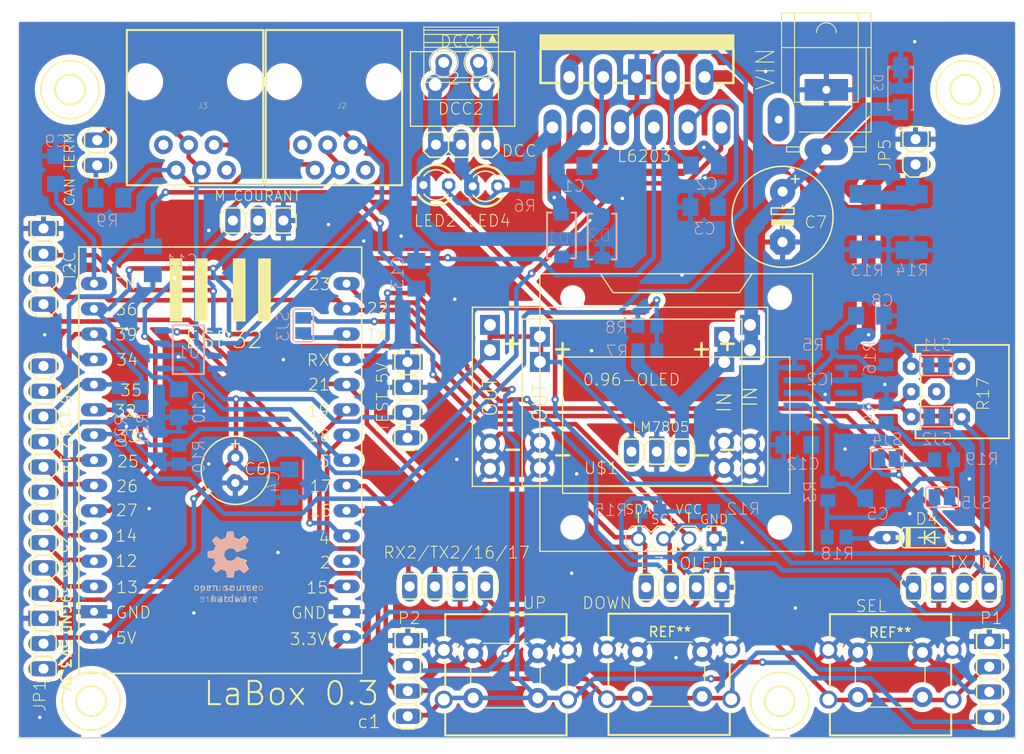
<source format=kicad_pcb>
(kicad_pcb (version 20240108) (generator "pcbnew") (generator_version "8.0")
  (layers (0 "F.Cu" signal) (31 "B.Cu" signal) (34 "B.Paste" user) (35 "F.Paste" user) (36 "B.SilkS" user "B.Silkscreen") (37 "F.SilkS" user "F.Silkscreen") (38 "B.Mask" user) (39 "F.Mask" user) (44 "Edge.Cuts" user))
  (net 0 "")
  (net 1 "N$1")
  (net 2 "N$2")
  (net 3 "N$3")
  (net 4 "N$5")
  (net 5 "N$9")
  (net 6 "N$11")
  (net 7 "GND")
  (net 8 "N$14")
  (net 9 "N$15")
  (net 10 "N$16")
  (net 11 "N$17")
  (net 12 "N$21")
  (net 13 "N$24")
  (net 14 "N$27")
  (net 15 "3V3")
  (net 16 "N$31")
  (net 17 "N$33")
  (net 18 "VS")
  (net 19 "N$13")
  (net 20 "N$22")
  (net 21 "N$18")
  (net 22 "N$34")
  (net 23 "N$41")
  (net 24 "N$42")
  (net 25 "N$8")
  (net 26 "N$10")
  (net 27 "N$45")
  (net 28 "N$46")
  (net 29 "N$48")
  (net 30 "N$49")
  (net 31 "N$52")
  (net 32 "N$29")
  (net 33 "N$30")
  (net 34 "N$4")
  (net 35 "N$20")
  (net 36 "N$23")
  (net 37 "N$25")
  (net 38 "N$26")
  (net 39 "N$28")
  (net 40 "N$32")
  (net 41 "N$35")
  (net 42 "N$36")
  (net 43 "N$37")
  (net 44 "N$38")
  (net 45 "N$6")
  (net 46 "N$12")
  (net 47 "N$39")
  (footprint "CENTRALE02c3:4304X60737X6" (layer "F.Cu") (at 163.802443 134.175491)
    (property "Reference" "DOWN")
    (property "Value" "")
  )
  (footprint "CENTRALE02c3:4304X60737X6" (layer "F.Cu") (at 147.384134 134.22)
    (property "Reference" "UP")
    (property "Value" "")
  )
  (footprint "CENTRALE02c3:1X02" (layer "F.Cu") (at 188.587106 81.584891 90)
    (property "Reference" "JP5")
    (property "Value" "")
  )
  (footprint "CENTRALE02c3:1X04" (layer "F.Cu") (at 137.487234 106.554094 90)
    (property "Reference" "TEST_5V")
    (property "Value" "")
  )
  (footprint "CENTRALE02c3:1X04" (layer "F.Cu") (at 196.003243 134.678219 -90)
    (property "Reference" "P1")
    (property "Value" "")
  )
  (footprint "CENTRALE02c3:ESP32" (layer "F.Cu") (at 102.1461 140.57)
    (property "Reference" "ESP32")
    (property "Value" "ESP32" (hide yes))
  )
  (footprint "CENTRALE02c3:SPC4077" (layer "F.Cu") (at 179.6161 78.343522 -90)
    (property "Reference" "VIN")
    (property "Value" "")
  )
  (footprint "CENTRALE02c3:LED3MM" (layer "F.Cu") (at 145.3185 85.054319 180)
    (property "Reference" "LED4")
    (property "Value" "")
  )
  (footprint "CENTRALE02c3:DO35-7" (layer "F.Cu") (at 189.500137 120.414672)
    (property "Reference" "D4")
    (property "Value" "1N4148")
  )
  (footprint "CENTRALE02c3:4304X60737X6" (layer "F.Cu") (at 186.072946 134.22)
    (property "Reference" "SEL")
    (property "Value" "")
  )
  (footprint "CENTRALE02c3:E2,5-7" (layer "F.Cu") (at 120.168403 113.638154 -90)
    (property "Reference" "C6")
    (property "Value" "220µF 16V")
  )
  (footprint "CENTRALE02c3:1751248" (layer "F.Cu") (at 142.88194 72.680816 180)
    (property "Reference" "DCC1")
    (property "Value" "1751248")
  )
  (footprint "CENTRALE02c3:3386-MULTI" (layer "F.Cu") (at 193.232243 105.7175 -90)
    (property "Reference" "R17")
    (property "Value" "50k")
  )
  (footprint "CENTRALE02c3:1X13" (layer "F.Cu") (at 100.8761 118.380757 90)
    (property "Reference" "JP1")
    (property "Value" "")
  )
  (footprint "CENTRALE02c3:2,8" (layer "F.Cu") (at 105.662762 136.869144)
    (property "Reference" "H4" (hide yes))
    (property "Value" "MOUNT-HOLE2.8" (hide yes))
  )
  (footprint "CENTRALE02c3:LED3MM" (layer "F.Cu") (at 140.356431 84.920313)
    (property "Reference" "LED2")
    (property "Value" "")
  )
  (footprint "CENTRALE02c3:DC-DC-STEP-DOWN" (layer "F.Cu") (at 158.867675 106.242579 180)
    (property "Reference" "U$1")
    (property "Value" "DC-DC-STEP-DOWNDC-DC")
  )
  (footprint "CENTRALE02c3:E5-10,5" (layer "F.Cu") (at 175.212265 88.123235 -90)
    (property "Reference" "C7")
    (property "Value" "470µ25V")
  )
  (footprint "CENTRALE02c3:RJ11-6" (layer "F.Cu") (at 116.1161 74.533522 180)
    (property "Reference" "J3")
    (property "Value" "RJ11")
  )
  (footprint "Button_Switch_THT:SW_PUSH_6mm_H13mm" (layer "F.Cu") (at 182.787754 131.970493)
    (property "Reference" "REF**")
    (property "Value" "SW_PUSH_6mm_H13mm")
  )
  (footprint "CENTRALE02c3:1X03" (layer "F.Cu") (at 122.4661 88.5)
    (property "Reference" "M_COURANT")
    (property "Value" "")
  )
  (footprint "CENTRALE02c3:1X04" (layer "F.Cu") (at 100.8761 93.107522 -90)
    (property "Reference" "I2C")
    (property "Value" "")
  )
  (footprint "CENTRALE02c3:MULTIWATT-11" (layer "F.Cu") (at 160.5661 72.787522)
    (property "Reference" "L6203")
    (property "Value" "L6203" (hide yes))
  )
  (footprint "CENTRALE02c3:DC-DC-STEP-DOWN-MP1584" (layer "F.Cu") (at 160.073393 106.801785 180)
    (property "Reference" "U$4" (hide yes))
    (property "Value" "MP1584")
  )
  (footprint "CENTRALE02c3:1X04" (layer "F.Cu") (at 192.195893 125.452275)
    (property "Reference" "TX/RX")
    (property "Value" "")
  )
  (footprint "CENTRALE02c3:1X04" (layer "F.Cu") (at 141.5161 125.33 180)
    (property "Reference" "RX2/TX2/16/17")
    (property "Value" "16/17" (hide yes))
  )
  (footprint "CENTRALE02c3:2,8" (layer "F.Cu") (at 103.538743 75.327522)
    (property "Reference" "H3" (hide yes))
    (property "Value" "MOUNT-HOLE2.8" (hide yes))
  )
  (footprint "CENTRALE02c3:RJ11-6" (layer "F.Cu") (at 130.0861 74.533522 180)
    (property "Reference" "J2")
    (property "Value" "RJ11")
  )
  (footprint "CENTRALE02c3:1X02" (layer "F.Cu") (at 106.272871 81.677522 90)
    (property "Reference" "CAN TERM")
    (property "Value" "")
  )
  (footprint "CENTRALE02c3:DISPLAY-OLED-128X64-I2C" (layer "F.Cu") (at 164.518815 107.827238 180)
    (property "Reference" "0.96-OLED")
    (property "Value" "OLED-128X64")
  )
  (footprint "Button_Switch_THT:SW_PUSH_6mm_H13mm" (layer "F.Cu") (at 160.627348 131.907538)
    (property "Reference" "REF**")
    (property "Value" "SW_PUSH_6mm_H13mm")
  )
  (footprint "CENTRALE02c3:2,8" (layer "F.Cu") (at 174.928787 136.882482)
    (property "Reference" "H1" (hide yes))
    (property "Value" "MOUNT-HOLE2.8" (hide yes))
  )
  (footprint "CENTRALE02c3:1X03" (layer "F.Cu") (at 142.881937 80.858207)
    (property "Reference" "DCC")
    (property "Value" "")
  )
  (footprint "CENTRALE02c3:691502710002" (layer "F.Cu") (at 142.7861 74.806291 180)
    (property "Reference" "DCC2")
    (property "Value" "")
  )
  (footprint "CENTRALE02c3:1X04" (layer "F.Cu") (at 165.303034 125.411338)
    (property "Reference" "1.3-OLED")
    (property "Value" "")
  )
  (footprint "Button_Switch_THT:SW_PUSH_6mm_H13mm" (layer "F.Cu") (at 144.093696 132.049854)
    (property "Reference" "REF" (hide yes))
    (property "Value" "SW_PUSH_6mm_H13mm")
  )
  (footprint "CENTRALE02c3:1X04" (layer "F.Cu") (at 137.518646 134.588588 -90)
    (property "Reference" "P2")
    (property "Value" "")
  )
  (footprint "CENTRALE02c3:OSHW_5MM" (layer "F.Cu") (at 119.686996 122.119391 90)
    (property "Reference" "GOLD_ORB_SM1" (hide yes))
    (property "Value" "OSHWLOGOLOGO5MM" (hide yes))
  )
  (footprint "CENTRALE02c3:1X03" (layer "F.Cu") (at 162.56 111.76)
    (property "Reference" "LM7805")
    (property "Value" "")
  )
  (footprint "CENTRALE02c3:2,8" (layer "F.Cu") (at 193.5861 75.327522)
    (property "Reference" "H2" (hide yes))
    (property "Value" "MOUNT-HOLE2.8" (hide yes))
  )
  (footprint "CENTRALE02c3:C1206" (layer "B.Cu") (at 153.88979 83.002519 180)
    (property "Reference" "C1")
    (property "Value" "100nF")
  )
  (footprint "CENTRALE02c3:M1206" (layer "B.Cu") (at 107.500043 86.19535)
    (property "Reference" "R9")
    (property "Value" "120R")
  )
  (footprint "CENTRALE02c3:R0805" (layer "B.Cu") (at 179.771512 115.75176 -90)
    (property "Reference" "R3")
    (property "Value" "33K")
  )
  (footprint "CENTRALE02c3:SJ" (layer "B.Cu") (at 190.722975 108.238985 180)
    (property "Reference" "SJ2")
    (property "Value" "")
  )
  (footprint "CENTRALE02c3:R0805" (layer "B.Cu") (at 108.5 106.275297 -90)
    (property "Reference" "R20")
    (property "Value" "47K")
  )
  (footprint "CENTRALE02c3:R0805" (layer "B.Cu") (at 181.163612 100.801225 180)
    (property "Reference" "R5")
    (property "Value" "10K")
  )
  (footprint "CENTRALE02c3:R2512" (layer "B.Cu") (at 183.552093 88.613747 90)
    (property "Reference" "R13")
    (property "Value" "0R5")
  )
  (footprint "CENTRALE02c3:R0805" (layer "B.Cu") (at 149.508071 84.183829 90)
    (property "Reference" "R6")
    (property "Value" "10K")
  )
  (footprint "CENTRALE02c3:R0805" (layer "B.Cu") (at 110.709944 106.250243 -90)
    (property "Reference" "R21")
    (property "Value" "47K")
  )
  (footprint "CENTRALE02c3:C1206" (layer "B.Cu") (at 176.699406 111.061338)
    (property "Reference" "C12")
    (property "Value" "100nF")
  )
  (footprint "CENTRALE02c3:C1206" (layer "B.Cu") (at 184.014259 98.079794 180)
    (property "Reference" "C8")
    (property "Value" "100nF")
  )
  (footprint "CENTRALE02c3:SJ" (layer "B.Cu") (at 191.25335 116.344582 180)
    (property "Reference" "SJ5")
    (property "Value" "")
  )
  (footprint "CENTRALE02c3:SMA-DIODE" (layer "B.Cu") (at 157.063737 90.115129 90)
    (property "Reference" "D2")
    (property "Value" "1N5819")
  )
  (footprint "CENTRALE02c3:C1206" (layer "B.Cu") (at 184.934734 116.431269 180)
    (property "Reference" "C5")
    (property "Value" "100nF")
  )
  (footprint "CENTRALE02c3:C1206" (layer "B.Cu") (at 167.399943 82.946682)
    (property "Reference" "C2")
    (property "Value" "100nF")
  )
  (footprint "CENTRALE02c3:R0805" (layer "B.Cu") (at 191.460262 112.581413)
    (property "Reference" "R19")
    (property "Value" "15K")
  )
  (footprint "CENTRALE02c3:C1206" (layer "B.Cu") (at 167.340982 87.13724)
    (property "Reference" "C3")
    (property "Value" "220nF")
  )
  (footprint "CENTRALE02c3:SJ" (layer "B.Cu") (at 190.659346 103.079913 180)
    (property "Reference" "SJ1")
    (property "Value" "")
  )
  (footprint "CENTRALE02c3:R0805" (layer "B.Cu") (at 114.5 112.05 90)
    (property "Reference" "R10")
    (property "Value" "10K")
  )
  (footprint "CENTRALE02c3:SJ" (layer "B.Cu") (at 127 99.06 90)
    (property "Reference" "SJ3")
    (property "Value" "")
  )
  (footprint "CENTRALE02c3:SOIC127P600X175-8N" (layer "B.Cu") (at 115.4471 101.496638)
    (property "Reference" "U1")
    (property "Value" "MCP2562-E/SN")
  )
  (footprint "CENTRALE02c3:R2512" (layer "B.Cu") (at 188.199653 88.66825 90)
    (property "Reference" "R14")
    (property "Value" "0R5")
  )
  (footprint "CENTRALE02c3:C1206" (layer "B.Cu") (at 111.871887 92.499225 90)
    (property "Reference" "C11")
    (property "Value" "100nF")
  )
  (footprint "CENTRALE02c3:C1206" (layer "B.Cu") (at 138.385334 93.953788 -90)
    (property "Reference" "C13")
    (property "Value" "100nF")
  )
  (footprint "CENTRALE02c3:C1206" (layer "B.Cu") (at 125.61064 114.959397 -90)
    (property "Reference" "C4")
    (property "Value" "100nF")
  )
  (footprint "CENTRALE02c3:SO08" (layer "B.Cu") (at 179.013796 105.215872 90)
    (property "Reference" "IC2")
    (property "Value" "LM358D")
  )
  (footprint "CENTRALE02c3:R0805" (layer "B.Cu") (at 161.924081 117.75925 180)
    (property "Reference" "R15")
    (property "Value" "10K")
  )
  (footprint "CENTRALE02c3:R0805" (layer "B.Cu") (at 161.61 99.06)
    (property "Reference" "R8")
    (property "Value" "10K")
  )
  (footprint "CENTRALE02c3:DIOM4325X250N" (layer "B.Cu") (at 187.089204 75.209271 90)
    (property "Reference" "D3")
    (property "Value" "SS14")
  )
  (footprint "CENTRALE02c3:C1206" (layer "B.Cu") (at 114.5 106.9 90)
    (property "Reference" "C10")
    (property "Value" "100nF")
  )
  (footprint "CENTRALE02c3:SJ" (layer "B.Cu") (at 185.714565 112.488969 180)
    (property "Reference" "SJ4")
    (property "Value" "")
  )
  (footprint "CENTRALE02c3:R0805" (layer "B.Cu") (at 180.649562 120.352054 180)
    (property "Reference" "R18")
    (property "Value" "10K")
  )
  (footprint "CENTRALE02c3:OSHW_5MM" (layer "B.Cu") (at 119.682065 122.109472 -90)
    (property "Reference" "GOLD_ORB_SM2" (hide yes))
    (property "Value" "OSHWLOGOLOGO5MM" (hide yes))
  )
  (footprint "CENTRALE02c3:C1206" (layer "B.Cu") (at 102.1461 83.42 90)
    (property "Reference" "C9")
    (property "Value" "470nF")
  )
  (footprint "CENTRALE02c3:SMA-DIODE" (layer "B.Cu") (at 152.973528 90.002594 90)
    (property "Reference" "D1")
    (property "Value" "1N5819")
  )
  (footprint "CENTRALE02c3:R0805" (layer "B.Cu") (at 167.327696 117.78636)
    (property "Reference" "R12")
    (property "Value" "10K")
  )
  (footprint "CENTRALE02c3:R0805" (layer "B.Cu") (at 185.632687 107.894422 -90)
    (property "Reference" "R4")
    (property "Value" "10K")
  )
  (footprint "CENTRALE02c3:R0805" (layer "B.Cu") (at 161.61 101.6 180)
    (property "Reference" "R7")
    (property "Value" "68K")
  )
  (footprint "CENTRALE02c3:R0805" (layer "B.Cu") (at 185.615787 102.055182 90)
    (property "Reference" "R16")
    (property "Value" "220K")
  )
  (gr_line (start 198.6661 140.57) (end 198.6661 68.434) (stroke (width 0.05)) (layer "Edge.Cuts"))
  (gr_line (start 198.6661 68.434) (end 98.3361 68.449188) (stroke (width 0.05)) (layer "Edge.Cuts"))
  (gr_line (start 198.6661 140.57) (end 98.3361 140.57) (stroke (width 0.1524)) (layer "Edge.Cuts"))
  (gr_line (start 98.3361 68.449188) (end 98.3361 140.57) (stroke (width 0.05)) (layer "Edge.Cuts"))
  (gr_text "(c) Locoduino" (at 194.5 78.024 90) (layer "F.Cu") (effects (font (size 2.159 2.159) (thickness 0.381)) (justify right top)))
  (gr_text "12" (at 102.5 109.5 -90) (layer "F.SilkS") (effects (font (size 1 1) (thickness 0.125)) (justify left bottom)))
  (gr_text "c1" (at 132.362609 139.7 0) (layer "F.SilkS") (effects (font (size 1.308608 1.308608) (thickness 0.113792)) (justify left bottom)))
  (gr_text "5V" (at 102.5 130.5 -90) (layer "F.SilkS") (effects (font (size 1 1) (thickness 0.1875)) (justify left bottom)))
  (gr_text "LaBox 0.3" (at 116.830427 137.470992 0) (layer "F.SilkS") (effects (font (size 2.3368 2.3368) (thickness 0.2032)) (justify left bottom)))
  (gr_text "14" (at 102.5 112 -90) (layer "F.SilkS") (effects (font (size 1 1) (thickness 0.125)) (justify left bottom)))
  (gr_text "26" (at 102.5 117.5 -90) (layer "F.SilkS") (effects (font (size 1 1) (thickness 0.125)) (justify left bottom)))
  (gr_text "13" (at 102.5 107.5 -90) (layer "F.SilkS") (effects (font (size 1 1) (thickness 0.125)) (justify left bottom)))
  (gr_text "3.3V" (at 102.5 132.5 -90) (layer "F.SilkS") (effects (font (size 1 1) (thickness 0.1875)) (justify left bottom)))
  (gr_text "15" (at 102.5 105 -90) (layer "F.SilkS") (effects (font (size 1 1) (thickness 0.125)) (justify left bottom)))
  (gr_text "25" (at 102.5 120 -90) (layer "F.SilkS") (effects (font (size 1 1) (thickness 0.125)) (justify left bottom)))
  (gr_text "35" (at 102.5 122.5 -90) (layer "F.SilkS") (effects (font (size 1 1) (thickness 0.125)) (justify left bottom)))
  (gr_text "39" (at 102.5 125 -90) (layer "F.SilkS") (effects (font (size 1 1) (thickness 0.125)) (justify left bottom)))
  (gr_text "GND" (at 102.5 127 -90) (layer "F.SilkS") (effects (font (size 1 1) (thickness 0.1875)) (justify left bottom)))
  (segment (start 111.240282 100.148413) (end 111.06007 100.148413) (width 0.25) (layer "F.Cu") (net 1))
  (segment (start 129.260727 94.259273) (end 131.213019 92.306981) (width 0.4572) (layer "F.Cu") (net 1))
  (segment (start 112.117598 113.119302) (end 112.117598 101.025729) (width 0.4572) (layer "F.Cu") (net 1))
  (segment (start 112.117598 101.025729) (end 111.240282 100.148413) (width 0.4572) (layer "F.Cu") (net 1))
  (segment (start 114.020727 94.259273) (end 129.260727 94.259273) (width 0.4572) (layer "F.Cu") (net 1))
  (segment (start 107.5269 117.71) (end 112.117598 113.119302) (width 0.4572) (layer "F.Cu") (net 1))
  (segment (start 131.213019 92.306981) (end 141.472716 92.306981) (width 0.4572) (layer "F.Cu") (net 1))
  (segment (start 141.472716 92.306981) (end 141.532787 92.24691) (width 0.4572) (layer "F.Cu") (net 1))
  (segment (start 105.9561 117.71) (end 107.5269 117.71) (width 0.4572) (layer "F.Cu") (net 1))
  (segment (start 105.9561 117.71) (end 106.5541 118.308) (width 0.25) (layer "F.Cu") (net 1))
  (via (at 111.06007 100.148413) (size 0.7564) (drill 0.35) (layers "F.Cu" "B.Cu") (net 1))
  (via (at 141.532787 92.24691) (size 0.7564) (drill 0.35) (layers "F.Cu" "B.Cu") (net 1))
  (via (at 114.020727 94.259273) (size 0.7564) (drill 0.35) (layers "F.Cu" "B.Cu") (net 1))
  (segment (start 160.25278 93.98) (end 160.485559 93.98) (width 0.4572) (layer "B.Cu") (net 1))
  (segment (start 114.020727 94.259273) (end 114.020727 94.469282) (width 0.4572) (layer "B.Cu") (net 1))
  (segment (start 111.06007 97.429939) (end 111.06007 100.148413) (width 0.4572) (layer "B.Cu") (net 1))
  (segment (start 162.2661 92.199459) (end 162.2661 79.137522) (width 0.4572) (layer "B.Cu") (net 1))
  (segment (start 162.2661 79.137522) (end 162.0052 79.398422) (width 0.25) (layer "B.Cu") (net 1))
  (segment (start 160.485559 93.98) (end 162.2661 92.199459) (width 0.4572) (layer "B.Cu") (net 1))
  (segment (start 152.4 93.98) (end 160.02 93.98) (width 0.4572) (layer "B.Cu") (net 1))
  (segment (start 114.020727 94.469282) (end 111.06007 97.429939) (width 0.4572) (layer "B.Cu") (net 1))
  (segment (start 141.532787 92.24691) (end 141.652928 92.367051) (width 0.4572) (layer "B.Cu") (net 1))
  (segment (start 150.787051 92.367051) (end 152.4 93.98) (width 0.4572) (layer "B.Cu") (net 1))
  (segment (start 162.2661 79.613522) (end 162.1536 79.705) (width 0.4572) (layer "B.Cu") (net 1))
  (segment (start 141.652928 92.367051) (end 150.787051 92.367051) (width 0.4572) (layer "B.Cu") (net 1))
  (segment (start 155.2956 83.3245) (end 155.28979 83.478519) (width 0.4572) (layer "B.Cu") (net 2))
  (segment (start 157.0101 74.5615) (end 157.1661 74.533522) (width 0.4572) (layer "B.Cu") (net 2))
  (segment (start 157.0101 74.5615) (end 157.0101 81.0385) (width 0.4572) (layer "B.Cu") (net 2))
  (segment (start 155.2956 82.753) (end 155.2956 83.3245) (width 0.4572) (layer "B.Cu") (net 2))
  (segment (start 157.0101 81.0385) (end 155.2956 82.753) (width 0.4572) (layer "B.Cu") (net 2))
  (segment (start 164.0586 74.5615) (end 164.0586 81.0385) (width 0.4572) (layer "B.Cu") (net 3))
  (segment (start 164.0586 81.0385) (end 165.9636 82.9435) (width 0.4572) (layer "B.Cu") (net 3))
  (segment (start 165.9636 82.9435) (end 165.9636 83.3245) (width 0.4572) (layer "B.Cu") (net 3))
  (segment (start 164.0586 74.5615) (end 163.9661 74.533522) (width 0.4572) (layer "B.Cu") (net 3))
  (segment (start 165.9636 83.3245) (end 165.999943 83.422682) (width 0.4572) (layer "B.Cu") (net 3))
  (segment (start 145.1991 74.657) (end 145.2861 74.806291) (width 1.3716) (layer "F.Cu") (net 4))
  (segment (start 152.2476 82.0865) (end 152.2476 86.182) (width 1.3716) (layer "F.Cu") (net 4))
  (segment (start 152.2476 79.229) (end 152.0661 79.137522) (width 1.3716) (layer "F.Cu") (net 4))
  (segment (start 166.3446 82.0865) (end 167.2971 81.134) (width 1.3716) (layer "F.Cu") (net 4))
  (segment (start 152.2476 79.229) (end 152.2476 82.0865) (width 1.3716) (layer "F.Cu") (net 4))
  (segment (start 152.2476 82.0865) (end 166.3446 82.0865) (width 1.3716) (layer "F.Cu") (net 4))
  (via (at 152.2476 86.182) (size 0.7564) (drill 0.35) (layers "F.Cu" "B.Cu") (net 4))
  (via (at 167.2971 81.134) (size 0.7564) (drill 0.35) (layers "F.Cu" "B.Cu") (net 4))
  (segment (start 167.2971 81.134) (end 168.6306 82.4675) (width 1.3716) (layer "B.Cu") (net 4))
  (segment (start 145.421937 81.334207) (end 145.5801 81.4195) (width 1.3716) (layer "B.Cu") (net 4))
  (segment (start 145.3896 80.6575) (end 145.421937 81.334207) (width 1.3716) (layer "B.Cu") (net 4))
  (segment (start 144.8181 74.752) (end 144.8181 73.228) (width 1.3716) (layer "B.Cu") (net 4))
  (segment (start 149.7711 81.991) (end 152.0571 79.705) (width 1.3716) (layer "B.Cu") (net 4))
  (segment (start 145.5801 81.4195) (end 147.394429 83.233829) (width 1.3716) (layer "B.Cu") (net 4))
  (segment (start 145.1991 75.133) (end 144.8181 74.752) (width 1.3716) (layer "B.Cu") (net 4))
  (segment (start 149.7711 83.134) (end 149.7711 81.991) (width 1.3716) (layer "B.Cu") (net 4))
  (segment (start 152.8191 86.7535) (end 152.8191 87.706) (width 1.3716) (layer "B.Cu") (net 4))
  (segment (start 152.8191 87.706) (end 152.973528 87.852594) (width 1.3716) (layer "B.Cu") (net 4))
  (segment (start 152.0571 79.705) (end 152.0661 79.613522) (width 1.3716) (layer "B.Cu") (net 4))
  (segment (start 145.3896 75.3235) (end 145.3896 80.6575) (width 1.3716) (layer "B.Cu") (net 4))
  (segment (start 152.2476 86.182) (end 152.8191 86.7535) (width 1.3716) (layer "B.Cu") (net 4))
  (segment (start 144.8181 73.228) (end 144.63194 73.056816) (width 1.3716) (layer "B.Cu") (net 4))
  (segment (start 147.394429 83.233829) (end 149.671271 83.233829) (width 1.3716) (layer "B.Cu") (net 4))
  (segment (start 145.2861 75.282291) (end 145.3896 75.3235) (width 1.3716) (layer "B.Cu") (net 4))
  (segment (start 149.671271 83.233829) (end 149.7711 83.134) (width 1.3716) (layer "B.Cu") (net 4))
  (segment (start 170.5356 84.4675) (end 168.2496 86.7535) (width 0.4572) (layer "B.Cu") (net 5))
  (segment (start 165.6661 79.613522) (end 165.7731 79.5145) (width 0.4572) (layer "B.Cu") (net 5))
  (segment (start 165.7731 79.5145) (end 165.7731 78.7269) (width 0.4572) (layer "B.Cu") (net 5))
  (segment (start 170.5356 77.0356) (end 170.5356 84.4675) (width 0.4572) (layer "B.Cu") (net 5))
  (segment (start 168.2496 86.7535) (end 168.067759 86.841935) (width 0.4572) (layer "B.Cu") (net 5))
  (segment (start 165.7731 78.7269) (end 168 76.5) (width 0.4572) (layer "B.Cu") (net 5))
  (segment (start 170 76.5) (end 170.5356 77.0356) (width 0.4572) (layer "B.Cu") (net 5))
  (segment (start 168 76.5) (end 170 76.5) (width 0.4572) (layer "B.Cu") (net 5))
  (segment (start 188.4426 83.039) (end 185.961 83.039) (width 1.3716) (layer "F.Cu") (net 6))
  (segment (start 172 79.565146) (end 172 79.1694) (width 1.3716) (layer "F.Cu") (net 6))
  (segment (start 175.518522 81.518522) (end 173.953376 81.518522) (width 1.3716) (layer "F.Cu") (net 6))
  (segment (start 173.953376 81.518522) (end 172 79.565146) (width 1.3716) (layer "F.Cu") (net 6))
  (segment (start 169.533522 74.057522) (end 167.3661 74.057522) (width 1.3716) (layer "F.Cu") (net 6))
  (segment (start 183.8706 87.611) (end 183.8706 99.9935) (width 1.3716) (layer "F.Cu") (net 6))
  (segment (start 183.8706 87.611) (end 181.611 87.611) (width 1.3716) (layer "F.Cu") (net 6))
  (segment (start 172 76.524) (end 169.533522 74.057522) (width 1.3716) (layer "F.Cu") (net 6))
  (segment (start 183.8706 85.1294) (end 183.8706 87.611) (width 1.3716) (layer "F.Cu") (net 6))
  (segment (start 172 79.1694) (end 172 76.524) (width 1.3716) (layer "F.Cu") (net 6))
  (segment (start 188.587106 82.854891) (end 188.4426 83.039) (width 1.3716) (layer "F.Cu") (net 6))
  (segment (start 181.611 87.611) (end 175.518522 81.518522) (width 1.3716) (layer "F.Cu") (net 6))
  (segment (start 185.961 83.039) (end 183.8706 85.1294) (width 1.3716) (layer "F.Cu") (net 6))
  (via (at 183.8706 99.9935) (size 0.7564) (drill 0.35) (layers "F.Cu" "B.Cu") (net 6))
  (segment (start 182.921337 99.9935) (end 182.113612 100.801225) (width 1.3716) (layer "B.Cu") (net 6))
  (segment (start 183.8706 99.9935) (end 182.921337 99.9935) (width 1.3716) (layer "B.Cu") (net 6))
  (segment (start 187.6806 86.182) (end 183.6801 86.182) (width 1.3716) (layer "B.Cu") (net 6))
  (segment (start 188.2521 86.182) (end 188.199653 86.34425) (width 1.3716) (layer "B.Cu") (net 6))
  (segment (start 187.6806 86.182) (end 188.199653 86.34425) (width 1.3716) (layer "B.Cu") (net 6))
  (segment (start 188.2521 83.7055) (end 188.2521 86.182) (width 1.3716) (layer "B.Cu") (net 6))
  (segment (start 188.4426 83.515) (end 188.2521 83.7055) (width 1.3716) (layer "B.Cu") (net 6))
  (segment (start 183.6801 86.182) (end 183.552093 86.289747) (width 1.3716) (layer "B.Cu") (net 6))
  (segment (start 188.4426 83.515) (end 188.587106 83.330891) (width 1.3716) (layer "B.Cu") (net 6))
  (segment (start 179.8701 131.6165) (end 179.822946 131.72) (width 0.9144) (layer "F.Cu") (net 7))
  (segment (start 192.6336 131.426) (end 192.322946 131.72) (width 0.9144) (layer "F.Cu") (net 7))
  (segment (start 120.0531 114.4715) (end 120.0531 114.8525) (width 0.9144) (layer "F.Cu") (net 7))
  (segment (start 192.2526 131.6165) (end 192.322946 131.72) (width 0.9144) (layer "F.Cu") (net 7))
  (segment (start 125.3871 89.135) (end 125.0061 88.5) (width 0.9144) (layer "F.Cu") (net 7))
  (segment (start 120.0531 114.8525) (end 120.168403 114.908154) (width 0.9144) (layer "F.Cu") (net 7))
  (via (at 101 100) (size 0.7564) (drill 0.35) (layers "F.Cu" "B.Cu") (net 7))
  (via (at 165.1 93.98) (size 0.7564) (drill 0.35) (layers "F.Cu" "B.Cu") (net 7))
  (via (at 185.5 105) (size 0.7564) (drill 0.35) (layers "F.Cu" "B.Cu") (net 7))
  (via (at 117.5 113) (size 0.7564) (drill 0.35) (layers "F.Cu" "B.Cu") (net 7))
  (via (at 111.5 117.5) (size 0.7564) (drill 0.35) (layers "F.Cu" "B.Cu") (net 7))
  (via (at 133.080119 90.564063) (size 0.7564) (drill 0.35) (layers "F.Cu" "B.Cu") (net 7))
  (via (at 109.22 109.22) (size 0.7564) (drill 0.35) (layers "F.Cu" "B.Cu") (net 7))
  (via (at 154 124) (size 0.7564) (drill 0.35) (layers "F.Cu" "B.Cu") (net 7))
  (via (at 136.845981 90.075141) (size 0.7564) (drill 0.35) (layers "F.Cu" "B.Cu") (net 7))
  (via (at 109.22 99.4116) (size 0.7564) (drill 0.35) (layers "F.Cu" "B.Cu") (net 7))
  (via (at 154.5 114) (size 0.7564) (drill 0.35) (layers "F.Cu" "B.Cu") (net 7))
  (via (at 117.010952 107.676369) (size 0.7564) (drill 0.35) (layers "F.Cu" "B.Cu") (net 7))
  (via (at 117.5 89.5) (size 0.7564) (drill 0.35) (layers "F.Cu" "B.Cu") (net 7))
  (via (at 171.141128 120.911798) (size 0.7564) (drill 0.35) (layers "F.Cu" "B.Cu") (net 7))
  (via (at 129.54 88.9) (size 0.7564) (drill 0.35) (layers "F.Cu" "B.Cu") (net 7))
  (via (at 167.419176 84.206123) (size 0.7564) (drill 0.35) (layers "F.Cu" "B.Cu") (net 7))
  (via (at 188.5 70.5) (size 0.7564) (drill 0.35) (layers "F.Cu" "B.Cu") (net 7))
  (via (at 124.46 121.92) (size 0.7564) (drill 0.35) (layers "F.Cu" "B.Cu") (net 7))
  (via (at 100.5 138.5) (size 0.7564) (drill 0.35) (layers "F.Cu" "B.Cu") (net 7))
  (via (at 114.437179 102.217743) (size 0.7564) (drill 0.35) (layers "F.Cu" "B.Cu") (net 7))
  (via (at 176.5 127.5) (size 0.7564) (drill 0.35) (layers "F.Cu" "B.Cu") (net 7))
  (via (at 194 114.5) (size 0.7564) (drill 0.35) (layers "F.Cu" "B.Cu") (net 7))
  (via (at 103.5 93) (size 0.7564) (drill 0.35) (layers "F.Cu" "B.Cu") (net 7))
  (via (at 125 102.5) (size 0.7564) (drill 0.35) (layers "F.Cu" "B.Cu") (net 7))
  (via (at 181.5 111.5) (size 0.7564) (drill 0.35) (layers "F.Cu" "B.Cu") (net 7))
  (via (at 164.5 132.5) (size 0.7564) (drill 0.35) (layers "F.Cu" "B.Cu") (net 7))
  (via (at 159.1056 86.2775) (size 0.7564) (drill 0.35) (layers "F.Cu" "B.Cu") (net 7))
  (via (at 116 128) (size 0.7564) (drill 0.35) (layers "F.Cu" "B.Cu") (net 7))
  (via (at 142.44554 112.537155) (size 0.7564) (drill 0.35) (layers "F.Cu" "B.Cu") (net 7))
  (via (at 179.5 106) (size 0.7564) (drill 0.35) (layers "F.Cu" "B.Cu") (net 7))
  (via (at 173.5 73.5) (size 0.7564) (drill 0.35) (layers "F.Cu" "B.Cu") (net 7))
  (via (at 142.24 96.4149) (size 0.7564) (drill 0.35) (layers "F.Cu" "B.Cu") (net 7))
  (via (at 156 101.6) (size 0.7564) (drill 0.35) (layers "F.Cu" "B.Cu") (net 7))
  (via (at 188 118) (size 0.7564) (drill 0.35) (layers "F.Cu" "B.Cu") (net 7))
  (segment (start 175.2981 91.3255) (end 175.212265 91.139235) (width 0.9144) (layer "B.Cu") (net 7))
  (segment (start 157.2006 92.0875) (end 157.063737 92.265129) (width 0.9144) (layer "B.Cu") (net 7))
  (segment (start 185.5 98.470053) (end 185.414259 98.555794) (width 0.9144) (layer "B.Cu") (net 7))
  (segment (start 188.199653 91.94425) (end 189.05575 91.94425) (width 0.9144) (layer "B.Cu") (net 7))
  (segment (start 137.3886 103.1365) (end 137.487234 103.220094) (width 0.9144) (layer "B.Cu") (net 7))
  (segment (start 152.8191 92.0875) (end 152.973528 92.152594) (width 0.9144) (layer "B.Cu") (net 7))
  (segment (start 183.1086 91.7065) (end 183.552093 91.889747) (width 0.9144) (layer "B.Cu") (net 7))
  (segment (start 145.7706 99.041) (end 145.7706 100.184) (width 0.4572) (layer "F.Cu") (net 8))
  (segment (start 101.0031 131.045) (end 100.8761 131.080757) (width 0.4572) (layer "F.Cu") (net 8))
  (segment (start 145.7706 100.184) (end 150.7236 100.184) (width 0.4572) (layer "F.Cu") (net 8))
  (segment (start 150.7236 100.184) (end 150.802393 100.197785) (width 0.4572) (layer "F.Cu") (net 8))
  (segment (start 145.7706 100.184) (end 145.7706 101.5175) (width 0.4572) (layer "F.Cu") (net 8))
  (segment (start 101.5746 130.4735) (end 105.9561 130.4735) (width 0.4572) (layer "F.Cu") (net 8))
  (segment (start 116.036557 116.5) (end 120.168403 112.368154) (width 0.4572) (layer "F.Cu") (net 8))
  (segment (start 116 116.5) (end 116.036557 116.5) (width 0.4572) (layer "F.Cu") (net 8))
  (segment (start 105.9561 130.4735) (end 105.9561 130.41) (width 0.4572) (layer "F.Cu") (net 8))
  (segment (start 120.2436 112.1855) (end 120.168403 112.368154) (width 0.4572) (layer "F.Cu") (net 8))
  (segment (start 150.9141 100.3745) (end 150.9141 102.6605) (width 0.4572) (layer "F.Cu") (net 8))
  (segment (start 137.5791 107.9945) (end 137.487234 107.824094) (width 0.4572) (layer "F.Cu") (net 8))
  (segment (start 101.0031 131.045) (end 101.5746 130.4735) (width 0.4572) (layer "F.Cu") (net 8))
  (segment (start 150.9141 102.6605) (end 150.802393 102.737785) (width 0.4572) (layer "F.Cu") (net 8))
  (segment (start 120.2436 106.4705) (end 120.2436 112.1855) (width 0.4572) (layer "F.Cu") (net 8))
  (segment (start 145.7706 101.5175) (end 145.786675 101.543579) (width 0.4572) (layer "F.Cu") (net 8))
  (segment (start 150.9141 100.3745) (end 150.802393 100.197785) (width 0.4572) (layer "F.Cu") (net 8))
  (segment (start 145.7706 99.041) (end 145.786675 99.003579) (width 0.4572) (layer "F.Cu") (net 8))
  (segment (start 137.5791 110.2805) (end 137.487234 110.364094) (width 0.4572) (layer "F.Cu") (net 8))
  (via (at 120.2436 106.4705) (size 0.7564) (drill 0.35) (layers "F.Cu" "B.Cu") (net 8))
  (via (at 116 116.5) (size 0.7564) (drill 0.35) (layers "F.Cu" "B.Cu") (net 8))
  (segment (start 116 116.5) (end 116 121.4771) (width 0.4572) (layer "B.Cu") (net 8))
  (segment (start 116.8137 104.2786) (end 116.8137 102.8137) (width 0.4572) (layer "B.Cu") (net 8))
  (segment (start 107.0671 130.41) (end 105.9561 130.41) (width 0.4572) (layer "B.Cu") (net 8))
  (segment (start 160.02 109.867957) (end 160.02 111.76) (width 0.4572) (layer "B.Cu") (net 8))
  (segment (start 137.5791 108.4705) (end 137.5791 110.7565) (width 0.4572) (layer "B.Cu") (net 8))
  (segment (start 150.802393 102.737785) (end 152.889828 102.737785) (width 0.4572) (layer "B.Cu") (net 8))
  (segment (start 139.199906 108.300094) (end 132.954694 108.300094) (width 0.4572) (layer "B.Cu") (net 8))
  (segment (start 152.889828 102.737785) (end 160.02 109.867957) (width 0.4572) (layer "B.Cu") (net 8))
  (segment (start 132.954694 108.300094) (end 132.510988 108.7438) (width 0.4572) (layer "B.Cu") (net 8))
  (segment (start 120.8916 113.5) (end 125.075243 113.5) (width 0.4572) (layer "B.Cu") (net 8))
  (segment (start 116 121.4771) (end 107.0671 130.41) (width 0.4572) (layer "B.Cu") (net 8))
  (segment (start 116.8137 102.8137) (end 115.041 101.041) (width 0.4572) (layer "B.Cu") (net 8))
  (segment (start 120.168403 112.844154) (end 120.2436 112.852) (width 0.4572) (layer "B.Cu") (net 8))
  (segment (start 145.7706 102.184) (end 145.316 102.184) (width 0.4572) (layer "B.Cu") (net 8))
  (segment (start 112.8141 101.041) (end 112.7971 100.861638) (width 0.4572) (layer "B.Cu") (net 8))
  (segment (start 119.0056 106.4705) (end 116.8137 104.2786) (width 0.4572) (layer "B.Cu") (net 8))
  (segment (start 105.9561 130.886) (end 105.566225 130.886) (width 0.4572) (layer "B.Cu") (net 8))
  (segment (start 120.2436 112.852) (end 120.8916 113.5) (width 0.4572) (layer "B.Cu") (net 8))
  (segment (start 130.201212 108.7438) (end 127.927912 106.4705) (width 0.4572) (layer "B.Cu") (net 8))
  (segment (start 132.510988 108.7438) (end 130.201212 108.7438) (width 0.4572) (layer "B.Cu") (net 8))
  (segment (start 145.316 102.184) (end 139.199906 108.300094) (width 0.4572) (layer "B.Cu") (net 8))
  (segment (start 120.2436 106.4705) (end 119.0056 106.4705) (width 0.4572) (layer "B.Cu") (net 8))
  (segment (start 115.041 101.041) (end 112.8141 101.041) (width 0.4572) (layer "B.Cu") (net 8))
  (segment (start 127.927912 106.4705) (end 120.2436 106.4705) (width 0.4572) (layer "B.Cu") (net 8))
  (segment (start 145.786675 102.019579) (end 145.7706 102.184) (width 0.4572) (layer "B.Cu") (net 8))
  (segment (start 125.075243 113.5) (end 125.61064 114.035397) (width 0.4572) (layer "B.Cu") (net 8))
  (segment (start 181.937737 98.632129) (end 182.614259 98.555794) (width 0.4572) (layer "B.Cu") (net 9))
  (segment (start 180.213612 101.277225) (end 180.030256 101.45071) (width 0.4572) (layer "B.Cu") (net 9))
  (segment (start 180.213612 101.277225) (end 180.213612 102.221488) (width 0.4572) (layer "B.Cu") (net 9))
  (segment (start 185.5851 103.327) (end 185.615787 103.481182) (width 0.4572) (layer "B.Cu") (net 9))
  (segment (start 182.821099 102.239799) (end 183.9083 103.327) (width 0.4572) (layer "B.Cu") (net 9))
  (segment (start 180.2511 101.2315) (end 180.213612 101.277225) (width 0.4572) (layer "B.Cu") (net 9))
  (segment (start 180.030256 101.45071) (end 180.819345 102.239799) (width 0.4572) (layer "B.Cu") (net 9))
  (segment (start 177.854228 104.580872) (end 176.413796 104.580872) (width 0.4572) (layer "B.Cu") (net 9))
  (segment (start 180.213612 102.221488) (end 177.854228 104.580872) (width 0.4572) (layer "B.Cu") (net 9))
  (segment (start 180.2511 100.318766) (end 180.2511 101.2315) (width 0.4572) (layer "B.Cu") (net 9))
  (segment (start 183.9083 103.327) (end 185.5851 103.327) (width 0.4572) (layer "B.Cu") (net 9))
  (segment (start 181.937737 98.632129) (end 180.2511 100.318766) (width 0.4572) (layer "B.Cu") (net 9))
  (segment (start 180.819345 102.239799) (end 182.821099 102.239799) (width 0.4572) (layer "B.Cu") (net 9))
  (segment (start 115.4811 80.883522) (end 113.445578 78.848) (width 0.4572) (layer "F.Cu") (net 10))
  (segment (start 116.7511 83.423522) (end 115.4811 82.153522) (width 0.4572) (layer "F.Cu") (net 10))
  (segment (start 107.832393 78.848) (end 106.272871 80.407522) (width 0.4572) (layer "F.Cu") (net 10))
  (segment (start 130.7211 82.947522) (end 129.4511 81.677522) (width 0.4572) (layer "F.Cu") (net 10))
  (segment (start 113.445578 78.848) (end 107.832393 78.848) (width 0.4572) (layer "F.Cu") (net 10))
  (segment (start 129.4511 81.677522) (end 129.4511 80.407522) (width 0.4572) (layer "F.Cu") (net 10))
  (segment (start 106.3371 80.372) (end 106.272871 80.407522) (width 0.4572) (layer "F.Cu") (net 10))
  (segment (start 115.4811 82.153522) (end 115.4811 80.883522) (width 0.4572) (layer "F.Cu") (net 10))
  (segment (start 116.2431 85.039) (end 128.8161 85.039) (width 0.4572) (layer "B.Cu") (net 10))
  (segment (start 130.3401 83.515) (end 130.7211 83.515) (width 0.4572) (layer "B.Cu") (net 10))
  (segment (start 116.6241 83.515) (end 116.2431 83.896) (width 0.4572) (layer "B.Cu") (net 10))
  (segment (start 116.2431 85.039) (end 116.2431 100.8505) (width 0.4572) (layer "B.Cu") (net 10))
  (segment (start 116.2431 100.8505) (end 117.3861 101.9935) (width 0.4572) (layer "B.Cu") (net 10))
  (segment (start 117.9576 101.9935) (end 118.0971 102.131638) (width 0.4572) (layer "B.Cu") (net 10))
  (segment (start 130.7211 83.515) (end 130.7211 83.423522) (width 0.4572) (layer "B.Cu") (net 10))
  (segment (start 116.2431 83.896) (end 116.2431 85.039) (width 0.4572) (layer "B.Cu") (net 10))
  (segment (start 128.8161 85.039) (end 130.3401 83.515) (width 0.4572) (layer "B.Cu") (net 10))
  (segment (start 106.6851 80.5) (end 106.3371 80.848) (width 0.4572) (layer "B.Cu") (net 10))
  (segment (start 117.3861 101.9935) (end 117.9576 101.9935) (width 0.4572) (layer "B.Cu") (net 10))
  (segment (start 116.6241 83.515) (end 116.7511 83.423522) (width 0.4572) (layer "B.Cu") (net 10))
  (segment (start 131.3561 113.106) (end 125.7501 107.5) (width 0.4572) (layer "B.Cu") (net 11))
  (segment (start 118.95747 107.5) (end 114.859108 103.401638) (width 0.4572) (layer "B.Cu") (net 11))
  (segment (start 125.7501 107.5) (end 118.95747 107.5) (width 0.4572) (layer "B.Cu") (net 11))
  (segment (start 114.859108 103.401638) (end 112.7971 103.401638) (width 0.4572) (layer "B.Cu") (net 11))
  (segment (start 115.3856 99.7075) (end 127.6731 111.995) (width 0.4572) (layer "F.Cu") (net 12))
  (segment (start 114.3 99.7075) (end 115.3856 99.7075) (width 0.4572) (layer "F.Cu") (net 12))
  (segment (start 127.6731 111.995) (end 127.6731 118.948) (width 0.4572) (layer "F.Cu") (net 12))
  (via (at 114.3 99.7075) (size 0.7564) (drill 0.35) (layers "F.Cu" "B.Cu") (net 12))
  (via (at 127.6731 118.948) (size 0.7564) (drill 0.35) (layers "F.Cu" "B.Cu") (net 12))
  (segment (start 114.184138 99.591638) (end 112.7971 99.591638) (width 0.4572) (layer "B.Cu") (net 12))
  (segment (start 129.5781 118.948) (end 127.6731 118.948) (width 0.4572) (layer "B.Cu") (net 12))
  (segment (start 114.3 99.7075) (end 114.184138 99.591638) (width 0.4572) (layer "B.Cu") (net 12))
  (segment (start 131.3561 120.726) (end 129.5781 118.948) (width 0.4572) (layer "B.Cu") (net 12))
  (segment (start 141.0081 136.76) (end 139.4841 138.284) (width 0.4572) (layer "F.Cu") (net 13))
  (segment (start 138.17737 96.755) (end 133.2611 96.755) (width 0.4572) (layer "F.Cu") (net 13))
  (segment (start 137.5791 138.284) (end 137.518646 138.398588) (width 0.4572) (layer "F.Cu") (net 13))
  (segment (start 168.0146 134.62) (end 169.2466 134.62) (width 0.4572) (layer "F.Cu") (net 13))
  (segment (start 144.253275 102.667175) (end 139.6746 98.0885) (width 0.4572) (layer "F.Cu") (net 13))
  (segment (start 169.2466 134.62) (end 170.9166 132.95) (width 0.4572) (layer "F.Cu") (net 13))
  (segment (start 144.253275 103.076979) (end 144.253275 102.667175) (width 0.4572) (layer "F.Cu") (net 13))
  (segment (start 139.51087 98.0885) (end 138.17737 96.755) (width 0.4572) (layer "F.Cu") (net 13))
  (segment (start 141.0081 136.76) (end 141.134134 136.72) (width 0.4572) (layer "F.Cu") (net 13))
  (segment (start 148 105.5) (end 147.0861 105.5) (width 0.4572) (layer "F.Cu") (net 13))
  (segment (start 139.4841 138.284) (end 137.5791 138.284) (width 0.4572) (layer "F.Cu") (net 13))
  (segment (start 147.0861 105.5) (end 144.663079 103.076979) (width 0.4572) (layer "F.Cu") (net 13))
  (segment (start 133.2611 96.755) (end 131.3561 94.85) (width 0.4572) (layer "F.Cu") (net 13))
  (segment (start 170.9166 132.95) (end 173.2026 132.95) (width 0.4572) (layer "F.Cu") (net 13))
  (segment (start 139.6746 98.0885) (end 139.51087 98.0885) (width 0.4572) (layer "F.Cu") (net 13))
  (segment (start 144.663079 103.076979) (end 144.253275 103.076979) (width 0.4572) (layer "F.Cu") (net 13))
  (via (at 173.2026 132.95) (size 0.7564) (drill 0.35) (layers "F.Cu" "B.Cu") (net 13))
  (via (at 148 105.5) (size 0.7564) (drill 0.35) (layers "F.Cu" "B.Cu") (net 13))
  (via (at 168.0146 134.62) (size 0.7564) (drill 0.35) (layers "F.Cu" "B.Cu") (net 13))
  (segment (start 150.593696 136.549854) (end 141.78028 136.549854) (width 0.4572) (layer "B.Cu") (net 13))
  (segment (start 147.32 106.18) (end 147.32 109.82) (width 0.4572) (layer "B.Cu") (net 13))
  (segment (start 153.275954 136.549854) (end 150.593696 136.549854) (width 0.4572) (layer "B.Cu") (net 13))
  (segment (start 147.32 109.82) (end 148.5 111) (width 0.4572) (layer "B.Cu") (net 13))
  (segment (start 184.091203 134.569) (end 188.472703 138.9505) (width 0.4572) (layer "B.Cu") (net 13))
  (segment (start 188.472703 138.9505) (end 195.8721 138.9505) (width 0.4572) (layer "B.Cu") (net 13))
  (segment (start 150.593696 136.549854) (end 148.492355 134.448513) (width 0.4572) (layer "B.Cu") (net 13))
  (segment (start 195.8721 138.9505) (end 196.003243 138.964219) (width 0.4572) (layer "B.Cu") (net 13))
  (segment (start 156.1971 134.62) (end 153.7716 137.0455) (width 0.4572) (layer "B.Cu") (net 13))
  (segment (start 173.2026 132.95) (end 173.2526 133) (width 0.4572) (layer "B.Cu") (net 13))
  (segment (start 148.5 134.456158) (end 150.593696 136.549854) (width 0.4572) (layer "B.Cu") (net 13))
  (segment (start 148 105.5) (end 147.32 106.18) (width 0.4572) (layer "B.Cu") (net 13))
  (segment (start 178.07655 134.569) (end 184.091203 134.569) (width 0.4572) (layer "B.Cu") (net 13))
  (segment (start 173.2526 133) (end 176.50755 133) (width 0.4572) (layer "B.Cu") (net 13))
  (segment (start 153.7716 137.0455) (end 153.275954 136.549854) (width 0.4572) (layer "B.Cu") (net 13))
  (segment (start 168.0146 134.62) (end 156.1971 134.62) (width 0.4572) (layer "B.Cu") (net 13))
  (segment (start 141.78028 136.549854) (end 141.134134 137.196) (width 0.4572) (layer "B.Cu") (net 13))
  (segment (start 176.50755 133) (end 178.07655 134.569) (width 0.4572) (layer "B.Cu") (net 13))
  (segment (start 148.5 111) (end 148.5 134.456158) (width 0.4572) (layer "B.Cu") (net 13))
  (segment (start 179.6796 136.5695) (end 179.822946 136.72) (width 0.4572) (layer "F.Cu") (net 14))
  (segment (start 135.2931 124.3775) (end 132.4356 121.52) (width 0.4572) (layer "F.Cu") (net 14))
  (segment (start 192.4431 136.5695) (end 195.4911 133.5215) (width 0.4572) (layer "F.Cu") (net 14))
  (segment (start 137.518646 133.318588) (end 136.294588 133.318588) (width 0.4572) (layer "F.Cu") (net 14))
  (segment (start 131.2926 110.09) (end 131.3561 110.09) (width 0.4572) (layer "F.Cu") (net 14))
  (segment (start 147.32 132.08) (end 149.3075 130.0925) (width 0.4572) (layer "F.Cu") (net 14))
  (segment (start 136.294588 133.318588) (end 135.2931 132.3171) (width 0.4572) (layer "F.Cu") (net 14))
  (segment (start 130.1496 121.52) (end 129.3876 120.758) (width 0.4572) (layer "F.Cu") (net 14))
  (segment (start 129.3876 120.758) (end 129.3876 111.995) (width 0.4572) (layer "F.Cu") (net 14))
  (segment (start 179.862946 136.76) (end 179.822946 136.72) (width 0.4572) (layer "F.Cu") (net 14))
  (segment (start 195.4911 133.5215) (end 195.8721 133.5215) (width 0.4572) (layer "F.Cu") (net 14))
  (segment (start 179.6796 136.1885) (end 179.6796 136.5695) (width 0.4572) (layer "F.Cu") (net 14))
  (segment (start 192.322946 136.72) (end 192.282946 136.76) (width 0.4572) (layer "F.Cu") (net 14))
  (segment (start 173.5836 130.0925) (end 179.6796 136.1885) (width 0.4572) (layer "F.Cu") (net 14))
  (segment (start 129.3876 111.995) (end 131.2926 110.09) (width 0.4572) (layer "F.Cu") (net 14))
  (segment (start 195.8721 133.5215) (end 196.003243 133.408219) (width 0.4572) (layer "F.Cu") (net 14))
  (segment (start 192.4431 136.5695) (end 192.322946 136.72) (width 0.4572) (layer "F.Cu") (net 14))
  (segment (start 135.2931 132.3171) (end 135.2931 124.3775) (width 0.4572) (layer "F.Cu") (net 14))
  (segment (start 132.4356 121.52) (end 130.1496 121.52) (width 0.4572) (layer "F.Cu") (net 14))
  (segment (start 192.282946 136.76) (end 179.862946 136.76) (width 0.4572) (layer "F.Cu") (net 14))
  (segment (start 149.3075 130.0925) (end 173.5836 130.0925) (width 0.4572) (layer "F.Cu") (net 14))
  (via (at 147.32 132.08) (size 0.7564) (drill 0.35) (layers "F.Cu" "B.Cu") (net 14))
  (segment (start 147.32 132.08) (end 145.600756 133.799244) (width 0.4572) (layer "B.Cu") (net 14))
  (segment (start 145.600756 133.799244) (end 137.523302 133.799244) (width 0.4572) (layer "B.Cu") (net 14))
  (segment (start 137.523302 133.799244) (end 137.518646 133.794588) (width 0.4572) (layer "B.Cu") (net 14))
  (segment (start 126.3015 86.5) (end 126.2441 86.4426) (width 0.4572) (layer "F.Cu") (net 15))
  (segment (start 126.2441 86.4426) (end 120.5814 86.4426) (width 0.4572) (layer "F.Cu") (net 15))
  (segment (start 166.573034 126.950966) (end 165.908 127.616) (width 0.4572) (layer "F.Cu") (net 15))
  (segment (start 193.2051 108.185) (end 193.232243 108.2575) (width 0.4572) (layer "F.Cu") (net 15))
  (segment (start 186.9186 107.042) (end 186.9186 107.2325) (width 0.4572) (layer "F.Cu") (net 15))
  (segment (start 109.6541 95.5) (end 106.1466 91.9925) (width 0.4572) (layer "F.Cu") (net 15))
  (segment (start 165.908 127.616) (end 146.592 127.616) (width 0.4572) (layer "F.Cu") (net 15))
  (segment (start 129.6861 132.08) (end 104.14 132.08) (width 0.4572) (layer "F.Cu") (net 15))
  (segment (start 117.8456 95.5) (end 109.6541 95.5) (width 0.4572) (layer "F.Cu") (net 15))
  (segment (start 154.3961 109) (end 145.0616 109) (width 0.4572) (layer "F.Cu") (net 15))
  (segment (start 188.0616 105.899) (end 188.152243 105.7175) (width 0.4572) (layer "F.Cu") (net 15))
  (segment (start 120.5814 86.4426) (end 119.9261 87.0979) (width 0.4572) (layer "F.Cu") (net 15))
  (segment (start 106.1466 91.9925) (end 101.0031 91.9925) (width 0.4572) (layer "F.Cu") (net 15))
  (segment (start 166.573034 125.411338) (end 166.573034 126.950966) (width 0.4572) (layer "F.Cu") (net 15))
  (segment (start 186.9186 107.2325) (end 183.8706 107.2325) (width 0.4572) (layer "F.Cu") (net 15))
  (segment (start 188.0616 108.185) (end 187.1091 107.2325) (width 0.4572) (layer "F.Cu") (net 15))
  (segment (start 188.2521 108.185) (end 188.152243 108.2575) (width 0.4572) (layer "F.Cu") (net 15))
  (segment (start 104.14 132.08) (end 102.6985 133.5215) (width 0.4572) (layer "F.Cu") (net 15))
  (segment (start 132.4676 86.5) (end 126.3015 86.5) (width 0.4572) (layer "F.Cu") (net 15))
  (segment (start 101.0031 133.5215) (end 100.8761 133.620757) (width 0.4572) (layer "F.Cu") (net 15))
  (segment (start 165.788815 120.527238) (end 165.7731 120.377) (width 0.4572) (layer "F.Cu") (net 15))
  (segment (start 186.9186 107.042) (end 188.0616 105.899) (width 0.4572) (layer "F.Cu") (net 15))
  (segment (start 188.0616 108.185) (end 188.152243 108.2575) (width 0.4572) (layer "F.Cu") (net 15))
  (segment (start 146.592 127.616) (end 145.3261 126.3501) (width 0.4572) (layer "F.Cu") (net 15))
  (segment (start 134.7338 88.7662) (end 132.4676 86.5) (width 0.4572) (layer "F.Cu") (net 15))
  (segment (start 165.7731 120.377) (end 154.3961 109) (width 0.4572) (layer "F.Cu") (net 15))
  (segment (start 145.3261 126.3501) (end 145.3261 125.33) (width 0.4572) (layer "F.Cu") (net 15))
  (segment (start 117.9576 95.612) (end 117.8456 95.5) (width 0.4572) (layer "F.Cu") (net 15))
  (segment (start 145.0616 109) (end 140.0556 103.994) (width 0.4572) (layer "F.Cu") (net 15))
  (segment (start 101.0031 91.9925) (end 100.8761 91.837522) (width 0.4572) (layer "F.Cu") (net 15))
  (segment (start 119.9261 87.0979) (end 119.9261 88.5) (width 0.4572) (layer "F.Cu") (net 15))
  (segment (start 187.1091 107.2325) (end 186.9186 107.2325) (width 0.4572) (layer "F.Cu") (net 15))
  (segment (start 131.3561 130.41) (end 129.6861 132.08) (width 0.4572) (layer "F.Cu") (net 15))
  (segment (start 102.6985 133.5215) (end 101.0031 133.5215) (width 0.4572) (layer "F.Cu") (net 15))
  (segment (start 193.2051 108.185) (end 188.2521 108.185) (width 0.4572) (layer "F.Cu") (net 15))
  (via (at 183.8706 107.2325) (size 0.7564) (drill 0.35) (layers "F.Cu" "B.Cu") (net 15))
  (via (at 140.0556 103.994) (size 0.7564) (drill 0.35) (layers "F.Cu" "B.Cu") (net 15))
  (via (at 134.7338 88.7662) (size 0.7564) (drill 0.35) (layers "F.Cu" "B.Cu") (net 15))
  (via (at 117.9576 95.612) (size 0.7564) (drill 0.35) (layers "F.Cu" "B.Cu") (net 15))
  (segment (start 178.1556 121.615) (end 178.1556 111.709) (width 0.4572) (layer "B.Cu") (net 15))
  (segment (start 164.4396 122.5675) (end 164.4396 122.377) (width 0.4572) (layer "B.Cu") (net 15))
  (segment (start 133.09 130.41) (end 131.3561 130.41) (width 0.4572) (layer "B.Cu") (net 15))
  (segment (start 162.874081 117.75925) (end 165.874586 117.75925) (width 0.4572) (layer "B.Cu") (net 15))
  (segment (start 159 121.1284) (end 159 117.5) (width 0.4572) (layer "B.Cu") (net 15))
  (segment (start 160.02415 116.47585) (end 162.874081 116.47585) (width 0.4572) (layer "B.Cu") (net 15))
  (segment (start 166.5351 125.806) (end 166.5351 124.663) (width 0.4572) (layer "B.Cu") (net 15))
  (segment (start 194.82435 121.90075) (end 195.40075 121.90075) (width 0.4572) (layer "B.Cu") (net 15))
  (segment (start 103.0986 110.4014) (end 104.70984 108.79016) (width 0.4572) (layer "B.Cu") (net 15))
  (segment (start 103.0986 132.0925) (end 103.0986 110.4014) (width 0.4572) (layer "B.Cu") (net 15))
  (segment (start 168 123) (end 166.7256 124.2744) (width 0.4572) (layer "B.Cu") (net 15))
  (segment (start 164.4396 122.377) (end 160.2486 122.377) (width 0.4572) (layer "B.Cu") (net 15))
  (segment (start 117.0051 91.897) (end 119.9261 88.976) (width 0.4572) (layer "B.Cu") (net 15))
  (segment (start 195.3006 110.7565) (end 195.3006 121.90075) (width 0.4572) (layer "B.Cu") (net 15))
  (segment (start 145.3261 127.1739) (end 144.5985 127.9015) (width 0.4572) (layer "B.Cu") (net 15))
  (segment (start 138.385334 95.751234) (end 138.385334 95.320588) (width 0.4572) (layer "B.Cu") (net 15))
  (segment (start 194.82435 121.90075) (end 194.7251 122) (width 0.4572) (layer "B.Cu") (net 15))
  (segment (start 134.7338 91.669054) (end 134.7338 88.7662) (width 0.4572) (layer "B.Cu") (net 15))
  (segment (start 188.2521 125.806) (end 186.1566 123.7105) (width 0.4572) (layer "B.Cu") (net 15))
  (segment (start 188.385893 126.885893) (end 188.385893 125.928275) (width 0.4572) (layer "B.Cu") (net 15))
  (segment (start 166.7256 124.2744) (end 166.7256 124.663) (width 0.4572) (layer "B.Cu") (net 15))
  (segment (start 101.0031 134.188) (end 103.0986 132.0925) (width 0.4572) (layer "B.Cu") (net 15))
  (segment (start 193.3956 108.8515) (end 195.3006 110.7565) (width 0.4572) (layer "B.Cu") (net 15))
  (segment (start 104.70984 108.79016) (end 107.54144 108.79016) (width 0.4572) (layer "B.Cu") (net 15))
  (segment (start 135.5985 127.9015) (end 133.09 130.41) (width 0.4572) (layer "B.Cu") (net 15))
  (segment (start 195.3006 121.90075) (end 194.82435 121.90075) (width 0.4572) (layer "B.Cu") (net 15))
  (segment (start 183.8706 107.2325) (end 181.725424 107.2325) (width 0.4572) (layer "B.Cu") (net 15))
  (segment (start 178.5406 122) (end 178.1556 121.615) (width 0.4572) (layer "B.Cu") (net 15))
  (segment (start 189.592 128.092) (end 188.385893 126.885893) (width 0.4572) (layer "B.Cu") (net 15))
  (segment (start 165.874586 117.75925) (end 166.377696 118.26236) (width 0.4572) (layer "B.Cu") (net 15))
  (segment (start 197.3961 127.1395) (end 196.4436 128.092) (width 0.4572) (layer "B.Cu") (net 15))
  (segment (start 186.1566 123.7105) (end 175.2105 123.7105) (width 0.4572) (layer "B.Cu") (net 15))
  (segment (start 175.2105 123.7105) (end 174.5 123) (width 0.4572) (layer "B.Cu") (net 15))
  (segment (start 196.4436 128.092) (end 189.592 128.092) (width 0.4572) (layer "B.Cu") (net 15))
  (segment (start 181.725424 107.2325) (end 181.613796 107.120872) (width 0.4572) (layer "B.Cu") (net 15))
  (segment (start 107.54144 108.79016) (end 109.131357 107.200243) (width 0.4572) (layer "B.Cu") (net 15))
  (segment (start 100.8761 134.096757) (end 101.0031 134.188) (width 0.4572) (layer "B.Cu") (net 15))
  (segment (start 178.1556 111.709) (end 178.099406 111.537338) (width 0.4572) (layer "B.Cu") (net 15))
  (segment (start 160.2486 122.377) (end 159 121.1284) (width 0.4572) (layer "B.Cu") (net 15))
  (segment (start 194.7251 122) (end 178.5406 122) (width 0.4572) (layer "B.Cu") (net 15))
  (segment (start 117.9576 95.1355) (end 117.0051 94.183) (width 0.4572) (layer "B.Cu") (net 15))
  (segment (start 117.0051 94.183) (end 117.0051 91.897) (width 0.4572) (layer "B.Cu") (net 15))
  (segment (start 195.40075 121.90075) (end 197.3961 123.8961) (width 0.4572) (layer "B.Cu") (net 15))
  (segment (start 117.9576 99.452138) (end 118.0971 99.591638) (width 0.4572) (layer "B.Cu") (net 15))
  (segment (start 140.0556 103.994) (end 140.0556 102.0556) (width 0.4572) (layer "B.Cu") (net 15))
  (segment (start 130.259 130.759) (end 131.2926 130.759) (width 0.4572) (layer "B.Cu") (net 15))
  (segment (start 166.5351 124.663) (end 164.4396 122.5675) (width 0.4572) (layer "B.Cu") (net 15))
  (segment (start 174.5 123) (end 168 123) (width 0.4572) (layer "B.Cu") (net 15))
  (segment (start 140.0556 102.0556) (end 138.5316 100.5316) (width 0.4572) (layer "B.Cu") (net 15))
  (segment (start 193.232243 108.7335) (end 193.3956 108.8515) (width 0.4572) (layer "B.Cu") (net 15))
  (segment (start 165.7731 121.0435) (end 164.4396 122.377) (width 0.4572) (layer "B.Cu") (net 15))
  (segment (start 159 117.5) (end 160.02415 116.47585) (width 0.4572) (layer "B.Cu") (net 15))
  (segment (start 166.7256 124.663) (end 166.573034 125.887338) (width 0.4572) (layer "B.Cu") (net 15))
  (segment (start 138.5316 95.8975) (end 138.385334 95.751234) (width 0.4572) (layer "B.Cu") (net 15))
  (segment (start 162.874081 116.47585) (end 162.874081 117.75925) (width 0.4572) (layer "B.Cu") (net 15))
  (segment (start 144.5985 127.9015) (end 135.5985 127.9015) (width 0.4572) (layer "B.Cu") (net 15))
  (segment (start 197.3961 123.8961) (end 197.3961 127.1395) (width 0.4572) (layer "B.Cu") (net 15))
  (segment (start 138.5316 100.5316) (end 138.5316 95.8975) (width 0.4572) (layer "B.Cu") (net 15))
  (segment (start 138.385334 95.320588) (end 134.7338 91.669054) (width 0.4572) (layer "B.Cu") (net 15))
  (segment (start 117.9576 95.612) (end 117.9576 99.452138) (width 0.4572) (layer "B.Cu") (net 15))
  (segment (start 166.573034 125.887338) (end 166.5351 125.806) (width 0.4572) (layer "B.Cu") (net 15))
  (segment (start 109.131357 107.200243) (end 110.709944 107.200243) (width 0.4572) (layer "B.Cu") (net 15))
  (segment (start 117.9576 95.612) (end 117.9576 95.1355) (width 0.4572) (layer "B.Cu") (net 15))
  (segment (start 165.7731 121.0435) (end 165.788815 121.003238) (width 0.4572) (layer "B.Cu") (net 15))
  (segment (start 145.3261 125.806) (end 145.3261 127.1739) (width 0.4572) (layer "B.Cu") (net 15))
  (segment (start 131.2926 130.759) (end 131.3561 130.886) (width 0.4572) (layer "B.Cu") (net 15))
  (segment (start 188.385893 125.928275) (end 188.2521 125.806) (width 0.4572) (layer "B.Cu") (net 15))
  (segment (start 133.3881 107.042) (end 133.3881 108.947) (width 0.4572) (layer "F.Cu") (net 16))
  (segment (start 131.3561 105.01) (end 133.3881 107.042) (width 0.4572) (layer "F.Cu") (net 16))
  (segment (start 160.8201 120.5675) (end 160.708815 120.527238) (width 0.4572) (layer "F.Cu") (net 16))
  (segment (start 139.4841 115.043) (end 153.0096 115.043) (width 0.4572) (layer "F.Cu") (net 16))
  (segment (start 107.2591 98.5) (end 115.5116 98.5) (width 0.4572) (layer "F.Cu") (net 16))
  (segment (start 158.3436 120.377) (end 160.6296 120.377) (width 0.4572) (layer "F.Cu") (net 16))
  (segment (start 160.8201 120.5675) (end 161.3916 121.139) (width 0.4572) (layer "F.Cu") (net 16))
  (segment (start 115.5116 98.5) (end 121.9581 104.9465) (width 0.4572) (layer "F.Cu") (net 16))
  (segment (start 121.9581 104.9465) (end 131.2926 104.9465) (width 0.4572) (layer "F.Cu") (net 16))
  (segment (start 101.0031 96.9455) (end 102.7176 98.66) (width 0.4572) (layer "F.Cu") (net 16))
  (segment (start 161.3916 121.139) (end 161.3916 125.33) (width 0.4572) (layer "F.Cu") (net 16))
  (segment (start 133.3881 108.947) (end 139.4841 115.043) (width 0.4572) (layer "F.Cu") (net 16))
  (segment (start 153.0096 115.043) (end 158.3436 120.377) (width 0.4572) (layer "F.Cu") (net 16))
  (segment (start 100.8761 96.917522) (end 101.0031 96.9455) (width 0.4572) (layer "F.Cu") (net 16))
  (segment (start 160.6296 120.377) (end 160.708815 120.527238) (width 0.4572) (layer "F.Cu") (net 16))
  (segment (start 107.0991 98.66) (end 107.2591 98.5) (width 0.4572) (layer "F.Cu") (net 16))
  (segment (start 161.3916 125.33) (end 161.493034 125.411338) (width 0.4572) (layer "F.Cu") (net 16))
  (segment (start 102.7176 98.66) (end 107.0991 98.66) (width 0.4572) (layer "F.Cu") (net 16))
  (segment (start 131.2926 104.9465) (end 131.3561 105.01) (width 0.4572) (layer "F.Cu") (net 16))
  (segment (start 160.8201 118.3765) (end 160.974081 118.23525) (width 0.4572) (layer "B.Cu") (net 16))
  (segment (start 160.8201 120.853) (end 160.708815 121.003238) (width 0.4572) (layer "B.Cu") (net 16))
  (segment (start 160.8201 120.853) (end 160.8201 118.3765) (width 0.4572) (layer "B.Cu") (net 16))
  (segment (start 107.0991 96.1835) (end 107.4392 96.5236) (width 0.4572) (layer "F.Cu") (net 17))
  (segment (start 163.2966 120.5675) (end 163.8681 121.139) (width 0.4572) (layer "F.Cu") (net 17))
  (segment (start 118.358798 96.5) (end 130.4661 96.5) (width 0.4572) (layer "F.Cu") (net 17))
  (segment (start 163.2966 120.5675) (end 163.248815 120.527238) (width 0.4572) (layer "F.Cu") (net 17))
  (segment (start 102.9081 96.1835) (end 107.0991 96.1835) (width 0.4572) (layer "F.Cu") (net 17))
  (segment (start 137.86174 97.517) (end 131.4831 97.517) (width 0.4572) (layer "F.Cu") (net 17))
  (segment (start 143.491275 103.39261) (end 143.491275 103.146535) (width 0.4572) (layer "F.Cu") (net 17))
  (segment (start 163.8681 121.139) (end 163.8681 125.33) (width 0.4572) (layer "F.Cu") (net 17))
  (segment (start 147.8252 106.5114) (end 147.6756 106.661) (width 0.4572) (layer "F.Cu") (net 17))
  (segment (start 143.491275 103.146535) (end 137.86174 97.517) (width 0.4572) (layer "F.Cu") (net 17))
  (segment (start 107.4392 96.5236) (end 118.335198 96.5236) (width 0.4572) (layer "F.Cu") (net 17))
  (segment (start 130.4661 96.5) (end 131.3561 97.39) (width 0.4572) (layer "F.Cu") (net 17))
  (segment (start 100.8761 94.377522) (end 101.0031 94.2785) (width 0.4572) (layer "F.Cu") (net 17))
  (segment (start 131.4831 97.517) (end 131.3561 97.39) (width 0.4572) (layer "F.Cu") (net 17))
  (segment (start 147.6756 106.661) (end 146.759665 106.661) (width 0.4572) (layer "F.Cu") (net 17))
  (segment (start 146.759665 106.661) (end 143.491275 103.39261) (width 0.4572) (layer "F.Cu") (net 17))
  (segment (start 118.335198 96.5236) (end 118.358798 96.5) (width 0.4572) (layer "F.Cu") (net 17))
  (segment (start 101.0031 94.2785) (end 102.9081 96.1835) (width 0.4572) (layer "F.Cu") (net 17))
  (segment (start 149.5 106.5114) (end 147.8252 106.5114) (width 0.4572) (layer "F.Cu") (net 17))
  (segment (start 163.8681 125.33) (end 164.033034 125.411338) (width 0.4572) (layer "F.Cu") (net 17))
  (via (at 149.5 106.5114) (size 0.7564) (drill 0.35) (layers "F.Cu" "B.Cu") (net 17))
  (segment (start 149.5 106.5114) (end 149.5114 106.5114) (width 0.4572) (layer "B.Cu") (net 17))
  (segment (start 164.948039 119.201561) (end 167.798439 119.201561) (width 0.4572) (layer "B.Cu") (net 17))
  (segment (start 149.5114 106.5114) (end 156.4386 113.4386) (width 0.4572) (layer "B.Cu") (net 17))
  (segment (start 156.4386 119.71) (end 159.8676 123.139) (width 0.4572) (layer "B.Cu") (net 17))
  (segment (start 163.248815 121.003238) (end 163.2966 120.853) (width 0.4572) (layer "B.Cu") (net 17))
  (segment (start 168.277696 118.722304) (end 168.277696 118.26236) (width 0.4572) (layer "B.Cu") (net 17))
  (segment (start 162.639 123.139) (end 164.033034 124.533034) (width 0.4572) (layer "B.Cu") (net 17))
  (segment (start 167.798439 119.201561) (end 168.277696 118.722304) (width 0.4572) (layer "B.Cu") (net 17))
  (segment (start 159.8676 123.139) (end 162.639 123.139) (width 0.4572) (layer "B.Cu") (net 17))
  (segment (start 163.2966 120.853) (end 164.948039 119.201561) (width 0.4572) (layer "B.Cu") (net 17))
  (segment (start 164.033034 124.533034) (end 164.033034 125.887338) (width 0.4572) (layer "B.Cu") (net 17))
  (segment (start 156.4386 113.4386) (end 156.4386 119.71) (width 0.4572) (layer "B.Cu") (net 17))
  (segment (start 156 70.524) (end 153.7661 72.7579) (width 1.3716) (layer "F.Cu") (net 18))
  (segment (start 179.6161 80.867522) (end 179.6796 80.753) (width 1.3716) (layer "F.Cu") (net 18))
  (segment (start 180.5 70.524) (end 156 70.524) (width 1.3716) (layer "F.Cu") (net 18))
  (segment (start 182.9181 72.9421) (end 180.5 70.524) (width 1.3716) (layer "F.Cu") (net 18))
  (segment (start 179.6796 80.753) (end 182.9181 77.5145) (width 1.3716) (layer "F.Cu") (net 18))
  (segment (start 153.7661 72.7579) (end 153.7661 74.057522) (width 1.3716) (layer "F.Cu") (net 18))
  (segment (start 182.9181 77.5145) (end 182.9181 72.9421) (width 1.3716) (layer "F.Cu") (net 18))
  (segment (start 165.1 111.76) (end 165.1 107.5212) (width 1.3716) (layer "B.Cu") (net 18))
  (segment (start 171.948675 101.543579) (end 170.690187 101.543579) (width 1.3716) (layer "B.Cu") (net 18))
  (segment (start 172.0596 101.432654) (end 171.948675 101.543579) (width 1.3716) (layer "B.Cu") (net 18))
  (segment (start 169.344393 102.737785) (end 165.1 106.982178) (width 1.3716) (layer "B.Cu") (net 18))
  (segment (start 179.1081 81.8005) (end 175.2981 85.6105) (width 1.3716) (layer "B.Cu") (net 18))
  (segment (start 175.2981 85.9915) (end 175.212265 86.059235) (width 1.3716) (layer "B.Cu") (net 18))
  (segment (start 172.7192 89.00501) (end 172.0596 89.66461) (width 1.3716) (layer "B.Cu") (net 18))
  (segment (start 172.0596 89.66461) (end 172.0596 101.432654) (width 1.3716) (layer "B.Cu") (net 18))
  (segment (start 160.66 103.0812) (end 160.66 101.6) (width 1.3716) (layer "B.Cu") (net 18))
  (segment (start 175.2981 85.6105) (end 175.2981 85.9915) (width 1.3716) (layer "B.Cu") (net 18))
  (segment (start 179.6161 81.343522) (end 179.1081 81.8005) (width 1.3716) (layer "B.Cu") (net 18))
  (segment (start 165.1 106.982178) (end 165.1 111.76) (width 1.3716) (layer "B.Cu") (net 18))
  (segment (start 165.1 107.5212) (end 160.66 103.0812) (width 1.3716) (layer "B.Cu") (net 18))
  (segment (start 179.6796 81.229) (end 183.617282 77.291318) (width 1.3716) (layer "B.Cu") (net 18))
  (segment (start 179.6161 81.343522) (end 179.6796 81.229) (width 1.3716) (layer "B.Cu") (net 18))
  (segment (start 172.7192 88.7609) (end 172.7192 89.00501) (width 1.3716) (layer "B.Cu") (net 18))
  (segment (start 175.212265 86.059235) (end 174.9171 86.563) (width 1.3716) (layer "B.Cu") (net 18))
  (segment (start 170.690187 101.543579) (end 169.344393 100.197785) (width 1.3716) (layer "B.Cu") (net 18))
  (segment (start 183.617282 77.291318) (end 187.056251 77.291318) (width 1.3716) (layer "B.Cu") (net 18))
  (segment (start 174.9171 86.563) (end 172.7192 88.7609) (width 1.3716) (layer "B.Cu") (net 18))
  (segment (start 187.056251 77.291318) (end 187.089204 77.324271) (width 1.3716) (layer "B.Cu") (net 18))
  (segment (start 169.344393 100.197785) (end 169.344393 102.737785) (width 1.3716) (layer "B.Cu") (net 18))
  (segment (start 141.0081 86.2775) (end 152.479438 97.748838) (width 0.4572) (layer "F.Cu") (net 19))
  (segment (start 137.023022 85.658722) (end 137.6418 86.2775) (width 0.4572) (layer "F.Cu") (net 19))
  (segment (start 161.331162 97.748838) (end 162.56 96.52) (width 0.4572) (layer "F.Cu") (net 19))
  (segment (start 113.147822 85.658722) (end 137.023022 85.658722) (width 0.4572) (layer "F.Cu") (net 19))
  (segment (start 152.479438 97.748838) (end 161.331162 97.748838) (width 0.4572) (layer "F.Cu") (net 19))
  (segment (start 137.6418 86.2775) (end 141.0081 86.2775) (width 0.4572) (layer "F.Cu") (net 19))
  (via (at 162.56 96.52) (size 0.7564) (drill 0.35) (layers "F.Cu" "B.Cu") (net 19))
  (via (at 113.147822 85.658722) (size 0.7564) (drill 0.35) (layers "F.Cu" "B.Cu") (net 19))
  (segment (start 162.56 96.52) (end 162.56 101.6) (width 0.4572) (layer "B.Cu") (net 19))
  (segment (start 113.147822 85.658722) (end 113.146878 85.658722) (width 0.4572) (layer "B.Cu") (net 19))
  (segment (start 107.61591 96.14269) (end 108 95.7586) (width 0.4572) (layer "B.Cu") (net 19))
  (segment (start 111.8616 91.516) (end 111.871887 91.575225) (width 0.4572) (layer "B.Cu") (net 19))
  (segment (start 110 91) (end 111.752088 91) (width 0.4572) (layer "B.Cu") (net 19))
  (segment (start 105.189934 102.946) (end 103.438406 101.194472) (width 0.4572) (layer "B.Cu") (net 19))
  (segment (start 108 95.7586) (end 108 93) (width 0.4572) (layer "B.Cu") (net 19))
  (segment (start 108 93) (end 110 91) (width 0.4572) (layer "B.Cu") (net 19))
  (segment (start 103.438406 101.194472) (end 103.438406 97.061594) (width 0.4572) (layer "B.Cu") (net 19))
  (segment (start 103.438406 97.061594) (end 104.35731 96.14269) (width 0.4572) (layer "B.Cu") (net 19))
  (segment (start 111.8616 91.109512) (end 111.8616 86.944) (width 0.4572) (layer "B.Cu") (net 19))
  (segment (start 105.9561 102.946) (end 105.189934 102.946) (width 0.4572) (layer "B.Cu") (net 19))
  (segment (start 113.146878 85.658722) (end 111.8616 86.944) (width 0.4572) (layer "B.Cu") (net 19))
  (segment (start 111.752088 91) (end 111.8616 91.109512) (width 0.4572) (layer "B.Cu") (net 19))
  (segment (start 104.35731 96.14269) (end 107.61591 96.14269) (width 0.4572) (layer "B.Cu") (net 19))
  (segment (start 111.8616 86.944) (end 111.8616 91.516) (width 0.4572) (layer "B.Cu") (net 19))
  (segment (start 106.1466 83.515) (end 106.272871 83.423522) (width 0.4572) (layer "B.Cu") (net 20))
  (segment (start 106.1466 83.515) (end 106.1466 86.563) (width 0.4572) (layer "B.Cu") (net 20))
  (segment (start 106.1466 86.563) (end 106.100043 86.67135) (width 0.4572) (layer "B.Cu") (net 20))
  (segment (start 161.226954 84.7535) (end 159.07034 84.7535) (width 0.4572) (layer "F.Cu") (net 21))
  (segment (start 150.324715 93.499125) (end 150.289378 93.499125) (width 0.4572) (layer "F.Cu") (net 21))
  (segment (start 161.23319 84.747264) (end 161.226954 84.7535) (width 0.4572) (layer "F.Cu") (net 21))
  (segment (start 110.656541 110.147924) (end 110.656541 109.367343) (width 0.4572) (layer "F.Cu") (net 21))
  (segment (start 108.839198 107.55) (end 105.9561 107.55) (width 0.4572) (layer "F.Cu") (net 21))
  (segment (start 150.289378 93.499125) (end 149.970253 93.81825) (width 0.4572) (layer "F.Cu") (net 21))
  (segment (start 161.5 84.7535) (end 161.239426 84.7535) (width 0.4572) (layer "F.Cu") (net 21))
  (segment (start 169.0116 81.3245) (end 165.5826 84.7535) (width 0.4572) (layer "F.Cu") (net 21))
  (segment (start 169.0661 79.137522) (end 169.0116 79.229) (width 0.4572) (layer "F.Cu") (net 21))
  (segment (start 165.5826 84.7535) (end 161.5 84.7535) (width 0.4572) (layer "F.Cu") (net 21))
  (segment (start 159.07034 84.7535) (end 150.324715 93.499125) (width 0.4572) (layer "F.Cu") (net 21))
  (segment (start 110.656541 109.367343) (end 108.839198 107.55) (width 0.4572) (layer "F.Cu") (net 21))
  (segment (start 169.0116 79.229) (end 169.0116 81.3245) (width 0.4572) (layer "F.Cu") (net 21))
  (segment (start 161.239426 84.7535) (end 161.23319 84.747264) (width 0.4572) (layer "F.Cu") (net 21))
  (via (at 110.656541 110.147924) (size 0.7564) (drill 0.35) (layers "F.Cu" "B.Cu") (net 21))
  (via (at 149.970253 93.81825) (size 0.7564) (drill 0.35) (layers "F.Cu" "B.Cu") (net 21))
  (segment (start 148.4376 102.0624) (end 148.4376 95.350903) (width 0.4572) (layer "B.Cu") (net 21))
  (segment (start 114.9668 111.1) (end 116.5668 109.5) (width 0.4572) (layer "B.Cu") (net 21))
  (segment (start 126.67247 109.5) (end 129.5019 112.32943) (width 0.4572) (layer "B.Cu") (net 21))
  (segment (start 136.609117 113.890883) (end 148.4376 102.0624) (width 0.4572) (layer "B.Cu") (net 21))
  (segment (start 110.656541 110.147924) (end 111.608617 111.1) (width 0.4572) (layer "B.Cu") (net 21))
  (segment (start 116.5668 109.5) (end 126.67247 109.5) (width 0.4572) (layer "B.Cu") (net 21))
  (segment (start 129.5019 113.124488) (end 130.268295 113.890883) (width 0.4572) (layer "B.Cu") (net 21))
  (segment (start 114.5 111.1) (end 114.9668 111.1) (width 0.4572) (layer "B.Cu") (net 21))
  (segment (start 111.608617 111.1) (end 114.5 111.1) (width 0.4572) (layer "B.Cu") (net 21))
  (segment (start 130.268295 113.890883) (end 136.609117 113.890883) (width 0.4572) (layer "B.Cu") (net 21))
  (segment (start 148.4376 95.350903) (end 149.970253 93.81825) (width 0.4572) (layer "B.Cu") (net 21))
  (segment (start 129.5019 112.32943) (end 129.5019 113.124488) (width 0.4572) (layer "B.Cu") (net 21))
  (segment (start 112.5 114.5) (end 108 110) (width 0.4572) (layer "B.Cu") (net 22))
  (segment (start 158.9151 79.5145) (end 158.9151 78.5849) (width 0.4572) (layer "B.Cu") (net 22))
  (segment (start 162.1536 72.63245) (end 163.28605 71.5) (width 0.4572) (layer "B.Cu") (net 22))
  (segment (start 128.3938 116.5) (end 126.8938 118) (width 0.4572) (layer "B.Cu") (net 22))
  (segment (start 135.6456 116.5) (end 128.3938 116.5) (width 0.4572) (layer "B.Cu") (net 22))
  (segment (start 170.18 91.44) (end 166.0116 95.6084) (width 0.4572) (layer "B.Cu") (net 22))
  (segment (start 108 110) (end 106.5221 110) (width 0.4572) (layer "B.Cu") (net 22))
  (segment (start 115.5 114.5) (end 112.5 114.5) (width 0.4572) (layer "B.Cu") (net 22))
  (segment (start 160.9316 95.6084) (end 158.791162 97.748838) (width 0.4572) (layer "B.Cu") (net 22))
  (segment (start 158.8661 79.613522) (end 158.9151 79.5145) (width 0.4572) (layer "B.Cu") (net 22))
  (segment (start 158.791162 97.748838) (end 149.634262 97.748838) (width 0.4572) (layer "B.Cu") (net 22))
  (segment (start 170.18 88.5) (end 170.18 91.44) (width 0.4572) (layer "B.Cu") (net 22))
  (segment (start 149.1996 98.1835) (end 149.1996 102.946) (width 0.4572) (layer "B.Cu") (net 22))
  (segment (start 161 76.5) (end 162.1536 76.5) (width 0.4572) (layer "B.Cu") (net 22))
  (segment (start 149.1996 102.946) (end 135.6456 116.5) (width 0.4572) (layer "B.Cu") (net 22))
  (segment (start 163.28605 71.5) (end 168.5 71.5) (width 0.4572) (layer "B.Cu") (net 22))
  (segment (start 162.1536 76.5) (end 162.1536 72.63245) (width 0.4572) (layer "B.Cu") (net 22))
  (segment (start 119 118) (end 115.5 114.5) (width 0.4572) (layer "B.Cu") (net 22))
  (segment (start 171.5 74.5) (end 171.5 87.18) (width 0.4572) (layer "B.Cu") (net 22))
  (segment (start 171.5 87.18) (end 170.18 88.5) (width 0.4572) (layer "B.Cu") (net 22))
  (segment (start 168.5 71.5) (end 171.5 74.5) (width 0.4572) (layer "B.Cu") (net 22))
  (segment (start 126.8938 118) (end 119 118) (width 0.4572) (layer "B.Cu") (net 22))
  (segment (start 158.9151 78.5849) (end 161 76.5) (width 0.4572) (layer "B.Cu") (net 22))
  (segment (start 166.0116 95.6084) (end 160.9316 95.6084) (width 0.4572) (layer "B.Cu") (net 22))
  (segment (start 149.634262 97.748838) (end 149.1996 98.1835) (width 0.4572) (layer "B.Cu") (net 22))
  (segment (start 157.552443 136.675491) (end 157.3911 136.5695) (width 0.4572) (layer "F.Cu") (net 23))
  (segment (start 157.5816 136.5695) (end 157.552443 136.675491) (width 0.4572) (layer "F.Cu") (net 23))
  (segment (start 137.518646 135.858588) (end 136.334588 135.858588) (width 0.4572) (layer "F.Cu") (net 23))
  (segment (start 134.5311 126.092) (end 132.4356 123.9965) (width 0.4572) (layer "F.Cu") (net 23))
  (segment (start 128.6256 122.4725) (end 128.6256 110.2805) (width 0.4572) (layer "F.Cu") (net 23))
  (segment (start 132.4356 123.9965) (end 130.1496 123.9965) (width 0.4572) (layer "F.Cu") (net 23))
  (segment (start 155.4416 134.62) (end 141.0526 134.62) (width 0.4572) (layer "F.Cu") (net 23))
  (segment (start 137.5791 135.8075) (end 137.518646 135.858588) (width 0.4572) (layer "F.Cu") (net 23))
  (segment (start 157.3911 136.5695) (end 155.4416 134.62) (width 0.4572) (layer "F.Cu") (net 23))
  (segment (start 169.9641 136.5695) (end 170.052443 136.675491) (width 0.4572) (layer "F.Cu") (net 23))
  (segment (start 136.334588 135.858588) (end 134.5311 134.0551) (width 0.4572) (layer "F.Cu") (net 23))
  (segment (start 130.1496 123.9965) (end 128.6256 122.4725) (width 0.4572) (layer "F.Cu") (net 23))
  (segment (start 128.6256 110.2805) (end 131.3561 107.55) (width 0.4572) (layer "F.Cu") (net 23))
  (segment (start 134.5311 134.0551) (end 134.5311 126.092) (width 0.4572) (layer "F.Cu") (net 23))
  (segment (start 141.0526 134.62) (end 139.8651 135.8075) (width 0.4572) (layer "F.Cu") (net 23))
  (segment (start 139.8651 135.8075) (end 137.5791 135.8075) (width 0.4572) (layer "F.Cu") (net 23))
  (segment (start 169.9641 136.5695) (end 157.5816 136.5695) (width 0.4572) (layer "F.Cu") (net 23))
  (segment (start 170.052443 137.151491) (end 170.1546 137.0455) (width 0.4572) (layer "B.Cu") (net 23))
  (segment (start 170.1546 137.0455) (end 170.1546 134.49295) (width 0.4572) (layer "B.Cu") (net 23))
  (segment (start 191.671787 133.671787) (end 193.948219 135.948219) (width 0.4572) (layer "B.Cu") (net 23))
  (segment (start 172.64755 132) (end 177.25 132) (width 0.4572) (layer "B.Cu") (net 23))
  (segment (start 178.921787 133.671787) (end 191.671787 133.671787) (width 0.4572) (layer "B.Cu") (net 23))
  (segment (start 170.1546 134.49295) (end 172.64755 132) (width 0.4572) (layer "B.Cu") (net 23))
  (segment (start 195.527243 135.948219) (end 196.003243 136.424219) (width 0.4572) (layer "B.Cu") (net 23))
  (segment (start 193.948219 135.948219) (end 195.527243 135.948219) (width 0.4572) (layer "B.Cu") (net 23))
  (segment (start 177.25 132) (end 178.921787 133.671787) (width 0.4572) (layer "B.Cu") (net 23))
  (segment (start 114.3381 83.039) (end 114.2111 82.947522) (width 0.4572) (layer "F.Cu") (net 24))
  (segment (start 130.3401 78.848) (end 126.3396 78.848) (width 0.4572) (layer "F.Cu") (net 24))
  (segment (start 127.606078 82.8485) (end 128.1811 83.423522) (width 0.4572) (layer "F.Cu") (net 24))
  (segment (start 114.3381 83.4011) (end 114.3381 83.039) (width 0.4572) (layer "F.Cu") (net 24))
  (segment (start 121.3866 82.8485) (end 125.3871 82.8485) (width 0.4572) (layer "F.Cu") (net 24))
  (segment (start 121.3866 83.411442) (end 119.90132 84.896722) (width 0.4572) (layer "F.Cu") (net 24))
  (segment (start 118.4971 80.883522) (end 119.421622 80.883522) (width 0.4572) (layer "F.Cu") (net 24))
  (segment (start 131.8641 80.372) (end 130.3401 78.848) (width 0.4572) (layer "F.Cu") (net 24))
  (segment (start 119.90132 84.896722) (end 115.6843 84.896722) (width 0.4572) (layer "F.Cu") (net 24))
  (segment (start 131.8641 80.372) (end 131.9911 80.407522) (width 0.4572) (layer "F.Cu") (net 24))
  (segment (start 126.3396 78.848) (end 125.3871 79.8005) (width 0.4572) (layer "F.Cu") (net 24))
  (segment (start 118.0211 80.407522) (end 118.4971 80.883522) (width 0.4572) (layer "F.Cu") (net 24))
  (segment (start 115.6843 84.896722) (end 114.2111 83.423522) (width 0.4572) (layer "F.Cu") (net 24))
  (segment (start 125.3871 82.8485) (end 127.606078 82.8485) (width 0.4572) (layer "F.Cu") (net 24))
  (segment (start 119.421622 80.883522) (end 121.3866 82.8485) (width 0.4572) (layer "F.Cu") (net 24))
  (segment (start 125.3871 79.8005) (end 125.3871 82.8485) (width 0.4572) (layer "F.Cu") (net 24))
  (segment (start 128.1811 83.423522) (end 128.1811 82.947522) (width 0.4572) (layer "F.Cu") (net 24))
  (segment (start 121.3866 82.8485) (end 121.3866 83.411442) (width 0.4572) (layer "F.Cu") (net 24))
  (segment (start 114.2111 83.423522) (end 111.671871 83.423522) (width 0.4572) (layer "B.Cu") (net 24))
  (segment (start 133.0071 81.0385) (end 134.9121 82.9435) (width 0.4572) (layer "B.Cu") (net 24))
  (segment (start 134.9121 86.3725) (end 120.4341 100.8505) (width 0.4572) (layer "B.Cu") (net 24))
  (segment (start 118.1481 100.8505) (end 118.0971 100.861638) (width 0.4572) (layer "B.Cu") (net 24))
  (segment (start 134.9121 82.9435) (end 134.9121 86.3725) (width 0.4572) (layer "B.Cu") (net 24))
  (segment (start 120.4341 100.8505) (end 118.1481 100.8505) (width 0.4572) (layer "B.Cu") (net 24))
  (segment (start 111.671871 83.423522) (end 108.900043 86.19535) (width 0.4572) (layer "B.Cu") (net 24))
  (segment (start 109.0041 86.7535) (end 108.900043 86.67135) (width 0.4572) (layer "B.Cu") (net 24))
  (segment (start 132.0546 81.0385) (end 133.0071 81.0385) (width 0.4572) (layer "B.Cu") (net 24))
  (segment (start 132.0546 81.0385) (end 131.9911 80.883522) (width 0.4572) (layer "B.Cu") (net 24))
  (segment (start 192.2526 113.233) (end 192.410262 113.057413) (width 0.4572) (layer "B.Cu") (net 25))
  (segment (start 192 111) (end 188.3051 111) (width 0.4572) (layer "B.Cu") (net 25))
  (segment (start 192.0621 116.662) (end 192.2526 116.4715) (width 0.4572) (layer "B.Cu") (net 25))
  (segment (start 186.334734 116.907269) (end 186.1566 117.043) (width 0.4572) (layer "B.Cu") (net 25))
  (segment (start 185.5851 109.2325) (end 181.0131 109.2325) (width 0.4572) (layer "B.Cu") (net 25))
  (segment (start 179.6796 120.6625) (end 179.699562 120.828054) (width 0.4572) (layer "B.Cu") (net 25))
  (segment (start 185.7756 109.423) (end 185.632687 109.320422) (width 0.4572) (layer "B.Cu") (net 25))
  (segment (start 177.631472 105.850872) (end 176.889796 105.850872) (width 0.4572) (layer "B.Cu") (net 25))
  (segment (start 179.6796 117.2335) (end 179.6796 118.3765) (width 0.4572) (layer "B.Cu") (net 25))
  (segment (start 185.632687 109.320422) (end 185.5851 109.2325) (width 0.4572) (layer "B.Cu") (net 25))
  (segment (start 192.4431 111.4431) (end 192 111) (width 0.4572) (layer "B.Cu") (net 25))
  (segment (start 186.6475 116.8525) (end 186.3471 116.8525) (width 0.4572) (layer "B.Cu") (net 25))
  (segment (start 188.3051 111) (end 186.7281 109.423) (width 0.4572) (layer "B.Cu") (net 25))
  (segment (start 192.4431 112.852) (end 192.4431 111.4431) (width 0.4572) (layer "B.Cu") (net 25))
  (segment (start 179.6796 118.3765) (end 179.6796 120.6625) (width 0.4572) (layer "B.Cu") (net 25))
  (segment (start 192.410262 113.057413) (end 192.4431 112.852) (width 0.4572) (layer "B.Cu") (net 25))
  (segment (start 186.3471 116.8525) (end 186.334734 116.907269) (width 0.4572) (layer "B.Cu") (net 25))
  (segment (start 192.2526 116.4715) (end 192.2526 115.3285) (width 0.4572) (layer "B.Cu") (net 25))
  (segment (start 179.6796 117.2335) (end 179.771512 117.17776) (width 0.4572) (layer "B.Cu") (net 25))
  (segment (start 192.0621 116.662) (end 192.01535 116.820582) (width 0.4572) (layer "B.Cu") (net 25))
  (segment (start 192.2526 115.3285) (end 192.2526 113.233) (width 0.4572) (layer "B.Cu") (net 25))
  (segment (start 186.1566 117.043) (end 184.8231 118.3765) (width 0.4572) (layer "B.Cu") (net 25))
  (segment (start 192.2526 114.5) (end 189 114.5) (width 0.4572) (layer "B.Cu") (net 25))
  (segment (start 181.0131 109.2325) (end 177.631472 105.850872) (width 0.4572) (layer "B.Cu") (net 25))
  (segment (start 189 114.5) (end 186.6475 116.8525) (width 0.4572) (layer "B.Cu") (net 25))
  (segment (start 184.8231 118.3765) (end 179.6796 118.3765) (width 0.4572) (layer "B.Cu") (net 25))
  (segment (start 186.7281 109.423) (end 185.7756 109.423) (width 0.4572) (layer "B.Cu") (net 25))
  (segment (start 186.9186 113.4186) (end 186.9186 114.0905) (width 0.4572) (layer "F.Cu") (net 26))
  (segment (start 140 102.6049) (end 145.5801 108.185) (width 0.4572) (layer "F.Cu") (net 26))
  (segment (start 122.856 99.9389) (end 124.0536 101.1365) (width 0.4572) (layer "F.Cu") (net 26))
  (segment (start 181.685 108.185) (end 186.9186 113.4186) (width 0.4572) (layer "F.Cu") (net 26))
  (segment (start 139.1365 101.1365) (end 140 102) (width 0.4572) (layer "F.Cu") (net 26))
  (segment (start 193.2051 120.377) (end 193.310137 120.414672) (width 0.4572) (layer "F.Cu") (net 26))
  (segment (start 119.528464 99.9389) (end 122.856 99.9389) (width 0.4572) (layer "F.Cu") (net 26))
  (segment (start 140 102) (end 140 102.6049) (width 0.4572) (layer "F.Cu") (net 26))
  (segment (start 124.0536 101.1365) (end 139.1365 101.1365) (width 0.4572) (layer "F.Cu") (net 26))
  (segment (start 109.674 93.326) (end 117.9576 93.326) (width 0.4572) (layer "F.Cu") (net 26))
  (segment (start 186.9186 114.0905) (end 193.2051 120.377) (width 0.4572) (layer "F.Cu") (net 26))
  (segment (start 109.5 93.5) (end 109.674 93.326) (width 0.4572) (layer "F.Cu") (net 26))
  (segment (start 145.5801 108.185) (end 181.685 108.185) (width 0.4572) (layer "F.Cu") (net 26))
  (via (at 119.528464 99.9389) (size 0.7564) (drill 0.35) (layers "F.Cu" "B.Cu") (net 26))
  (via (at 117.9576 93.326) (size 0.7564) (drill 0.35) (layers "F.Cu" "B.Cu") (net 26))
  (via (at 109.5 93.5) (size 0.7564) (drill 0.35) (layers "F.Cu" "B.Cu") (net 26))
  (via (at 186.9186 114.0905) (size 0.7564) (drill 0.35) (layers "F.Cu" "B.Cu") (net 26))
  (segment (start 113.2795 104.2795) (end 114.749631 105.749631) (width 0.4572) (layer "B.Cu") (net 26))
  (segment (start 107.8611 100.279) (end 111.8616 104.2795) (width 0.4572) (layer "B.Cu") (net 26))
  (segment (start 109.5 93.5) (end 109.5 95.4016) (width 0.4572) (layer "B.Cu") (net 26))
  (segment (start 105.9876 97.4215) (end 107.8611 99.295) (width 0.4572) (layer "B.Cu") (net 26))
  (segment (start 111.8616 104.2795) (end 113.2795 104.2795) (width 0.4572) (layer "B.Cu") (net 26))
  (segment (start 193.2051 120.853) (end 193.310137 120.890672) (width 0.4572) (layer "B.Cu") (net 26))
  (segment (start 190.5381 116.8525) (end 190.49135 116.820582) (width 0.4572) (layer "B.Cu") (net 26))
  (segment (start 184.8231 113.0425) (end 184.952565 112.964969) (width 0.4572) (layer "B.Cu") (net 26))
  (segment (start 179.6796 109.1796) (end 177.620872 107.120872) (width 0.4572) (layer "B.Cu") (net 26))
  (segment (start 193.2051 120.853) (end 190.5381 118.186) (width 0.4572) (layer "B.Cu") (net 26))
  (segment (start 107.4801 97.4215) (end 105.9876 97.4215) (width 0.4572) (layer "B.Cu") (net 26))
  (segment (start 182.25135 115.61425) (end 181.6371 115) (width 0.4572) (layer "B.Cu") (net 26))
  (segment (start 118.174 93.326) (end 122.4661 89.0339) (width 0.4572) (layer "B.Cu") (net 26))
  (segment (start 122.4661 89.0339) (end 122.4661 88.976) (width 0.4572) (layer "B.Cu") (net 26))
  (segment (start 180.049272 115) (end 179.771512 115.27776) (width 0.4572) (layer "B.Cu") (net 26))
  (segment (start 109.5 95.4016) (end 107.4801 97.4215) (width 0.4572) (layer "B.Cu") (net 26))
  (segment (start 185.2996 114.0905) (end 186.9186 114.0905) (width 0.4572) (layer "B.Cu") (net 26))
  (segment (start 183.4896 116.8525) (end 182.25135 115.61425) (width 0.4572) (layer "B.Cu") (net 26))
  (segment (start 184.952565 112.964969) (end 184.6326 113.4235) (width 0.4572) (layer "B.Cu") (net 26))
  (segment (start 107.8611 99.295) (end 107.8611 100.279) (width 0.4572) (layer "B.Cu") (net 26))
  (segment (start 181.6371 115) (end 180.049272 115) (width 0.4572) (layer "B.Cu") (net 26))
  (segment (start 179.771512 115.27776) (end 179.6796 115.138) (width 0.4572) (layer "B.Cu") (net 26))
  (segment (start 184.6326 113.4235) (end 185.2996 114.0905) (width 0.4572) (layer "B.Cu") (net 26))
  (segment (start 183.4896 116.8525) (end 183.534734 116.907269) (width 0.4572) (layer "B.Cu") (net 26))
  (segment (start 179.6796 115.138) (end 179.6796 109.1796) (width 0.4572) (layer "B.Cu") (net 26))
  (segment (start 177.620872 107.120872) (end 176.4411 107.120872) (width 0.4572) (layer "B.Cu") (net 26))
  (segment (start 117.9576 93.326) (end 118.174 93.326) (width 0.4572) (layer "B.Cu") (net 26))
  (segment (start 182.25135 115.61425) (end 184.8231 113.0425) (width 0.4572) (layer "B.Cu") (net 26))
  (segment (start 119.528464 95.563364) (end 117.9576 93.9925) (width 0.4572) (layer "B.Cu") (net 26))
  (segment (start 190.5381 118.186) (end 190.5381 116.8525) (width 0.4572) (layer "B.Cu") (net 26))
  (segment (start 117.9576 93.9925) (end 117.9576 93.326) (width 0.4572) (layer "B.Cu") (net 26))
  (segment (start 119.528464 99.9389) (end 119.528464 95.563364) (width 0.4572) (layer "B.Cu") (net 26))
  (segment (start 152.335793 106.5114) (end 152.335793 98.835793) (width 0.4572) (layer "F.Cu") (net 27))
  (segment (start 150.8265 97.3265) (end 139.8265 97.3265) (width 0.4572) (layer "F.Cu") (net 27))
  (segment (start 139.8265 97.3265) (end 138.3025 95.8025) (width 0.4572) (layer "F.Cu") (net 27))
  (segment (start 152.335793 98.835793) (end 150.8265 97.3265) (width 0.4572) (layer "F.Cu") (net 27))
  (segment (start 138.3025 95.8025) (end 135.4836 95.8025) (width 0.4572) (layer "F.Cu") (net 27))
  (via (at 135.4836 95.8025) (size 0.7564) (drill 0.35) (layers "F.Cu" "B.Cu") (net 27))
  (via (at 152.335793 106.5114) (size 0.7564) (drill 0.35) (layers "F.Cu" "B.Cu") (net 27))
  (segment (start 159.5 115) (end 167.958136 115) (width 0.4572) (layer "B.Cu") (net 27))
  (segment (start 133.2611 102.6285) (end 131.8006 102.6285) (width 0.4572) (layer "B.Cu") (net 27))
  (segment (start 135.4836 96.2785) (end 135.4836 100.406) (width 0.4572) (layer "B.Cu") (net 27))
  (segment (start 131.8006 102.6285) (end 131.4831 102.946) (width 0.4572) (layer "B.Cu") (net 27))
  (segment (start 167.958136 115) (end 169.616215 116.658079) (width 0.4572) (layer "B.Cu") (net 27))
  (segment (start 196.005893 124.505893) (end 196.005893 125.928275) (width 0.4572) (layer "B.Cu") (net 27))
  (segment (start 152.335793 106.5114) (end 152.335793 107.835793) (width 0.4572) (layer "B.Cu") (net 27))
  (segment (start 194.4485 122.9485) (end 196.005893 124.505893) (width 0.4572) (layer "B.Cu") (net 27))
  (segment (start 152.335793 107.835793) (end 159.5 115) (width 0.4572) (layer "B.Cu") (net 27))
  (segment (start 176.0735 122.9485) (end 194.4485 122.9485) (width 0.4572) (layer "B.Cu") (net 27))
  (segment (start 131.4831 102.946) (end 131.3561 102.946) (width 0.4572) (layer "B.Cu") (net 27))
  (segment (start 169.616215 116.658079) (end 169.783079 116.658079) (width 0.4572) (layer "B.Cu") (net 27))
  (segment (start 169.783079 116.658079) (end 176.0735 122.9485) (width 0.4572) (layer "B.Cu") (net 27))
  (segment (start 135.4836 100.406) (end 133.2611 102.6285) (width 0.4572) (layer "B.Cu") (net 27))
  (segment (start 131.2926 100.279) (end 127.1016 100.279) (width 0.4572) (layer "B.Cu") (net 28))
  (segment (start 131.2926 100.279) (end 131.3561 100.406) (width 0.4572) (layer "B.Cu") (net 28))
  (segment (start 127.1016 100.279) (end 127.033275 100.302804) (width 0.4572) (layer "B.Cu") (net 28))
  (segment (start 131.3561 123.266) (end 131.0901 123) (width 0.4572) (layer "B.Cu") (net 29))
  (segment (start 105.9561 95.326) (end 105.9561 90.4561) (width 0.4572) (layer "B.Cu") (net 30))
  (segment (start 102.1461 86.6461) (end 102.1461 85.296) (width 0.4572) (layer "B.Cu") (net 30))
  (segment (start 105.9561 90.4561) (end 102.1461 86.6461) (width 0.4572) (layer "B.Cu") (net 30))
  (segment (start 137.7061 125.33) (end 137.5791 125.33) (width 0.4572) (layer "F.Cu") (net 31))
  (segment (start 137.5791 125.33) (end 137.5791 122.1031) (width 0.4572) (layer "F.Cu") (net 31))
  (segment (start 137.5791 122.1031) (end 133.186 117.71) (width 0.4572) (layer "F.Cu") (net 31))
  (segment (start 133.186 117.71) (end 131.3561 117.71) (width 0.4572) (layer "F.Cu") (net 31))
  (segment (start 104.572857 105) (end 100.8761 108.696757) (width 0.4572) (layer "B.Cu") (net 32))
  (segment (start 108.504271 105) (end 104.572857 105) (width 0.4572) (layer "B.Cu") (net 32))
  (segment (start 104.094 99.93) (end 103.489462 100.534538) (width 0.4572) (layer "F.Cu") (net 33))
  (segment (start 102.343243 105.680757) (end 100.8761 105.680757) (width 0.4572) (layer "F.Cu") (net 33))
  (segment (start 103.489462 100.534538) (end 103.489462 104.534538) (width 0.4572) (layer "F.Cu") (net 33))
  (segment (start 105.9561 99.93) (end 104.094 99.93) (width 0.4572) (layer "F.Cu") (net 33))
  (segment (start 103.489462 104.534538) (end 102.343243 105.680757) (width 0.4572) (layer "F.Cu") (net 33))
  (segment (start 110.709944 104.209944) (end 110.709944 105.300243) (width 0.4572) (layer "B.Cu") (net 33))
  (segment (start 105.9561 100.406) (end 105.9561 99.4561) (width 0.4572) (layer "B.Cu") (net 33))
  (segment (start 105.9561 99.4561) (end 110.709944 104.209944) (width 0.4572) (layer "B.Cu") (net 33))
  (segment (start 101.5746 126.6635) (end 107.0991 126.6635) (width 0.4572) (layer "F.Cu") (net 34))
  (segment (start 101.0031 126.092) (end 101.5746 126.6635) (width 0.4572) (layer "F.Cu") (net 34))
  (segment (start 101.0031 126.092) (end 100.8761 126.000757) (width 0.4572) (layer "F.Cu") (net 34))
  (segment (start 107.0991 126.6635) (end 108.4326 125.33) (width 0.4572) (layer "F.Cu") (net 34))
  (segment (start 108.4326 125.33) (end 131.3561 125.33) (width 0.4572) (layer "F.Cu") (net 34))
  (segment (start 102.9081 125.33) (end 105.9561 125.33) (width 0.4572) (layer "F.Cu") (net 35))
  (segment (start 101.0031 123.425) (end 100.8761 123.460757) (width 0.4572) (layer "F.Cu") (net 35))
  (segment (start 101.0031 123.425) (end 102.9081 125.33) (width 0.4572) (layer "F.Cu") (net 35))
  (segment (start 101.0031 120.9485) (end 102.7176 122.663) (width 0.4572) (layer "F.Cu") (net 36))
  (segment (start 101.0031 120.9485) (end 100.8761 120.920757) (width 0.4572) (layer "F.Cu") (net 36))
  (segment (start 105.9561 122.663) (end 105.9561 122.79) (width 0.4572) (layer "F.Cu") (net 36))
  (segment (start 102.7176 122.663) (end 105.9561 122.663) (width 0.4572) (layer "F.Cu") (net 36))
  (segment (start 105.9561 120.1865) (end 105.9561 120.25) (width 0.4572) (layer "F.Cu") (net 37))
  (segment (start 102.9081 120.1865) (end 105.9561 120.1865) (width 0.4572) (layer "F.Cu") (net 37))
  (segment (start 101.0031 118.2815) (end 102.9081 120.1865) (width 0.4572) (layer "F.Cu") (net 37))
  (segment (start 101.0031 118.2815) (end 100.8761 118.380757) (width 0.4572) (layer "F.Cu") (net 37))
  (segment (start 101.0031 115.805) (end 100.8761 115.840757) (width 0.4572) (layer "F.Cu") (net 38))
  (segment (start 101.0031 113.3285) (end 100.8761 113.300757) (width 0.4572) (layer "F.Cu") (net 39))
  (segment (start 102.7176 115.043) (end 105.9561 115.043) (width 0.4572) (layer "F.Cu") (net 39))
  (segment (start 101.0031 113.3285) (end 102.7176 115.043) (width 0.4572) (layer "F.Cu") (net 39))
  (segment (start 105.9561 115.043) (end 105.9561 115.17) (width 0.4572) (layer "F.Cu") (net 39))
  (segment (start 105.9561 112.5665) (end 105.9561 112.63) (width 0.4572) (layer "F.Cu") (net 40))
  (segment (start 101.0031 110.6615) (end 102.9081 112.5665) (width 0.4572) (layer "F.Cu") (net 40))
  (segment (start 101.0031 110.6615) (end 100.8761 110.760757) (width 0.4572) (layer "F.Cu") (net 40))
  (segment (start 102.9081 112.5665) (end 105.9561 112.5665) (width 0.4572) (layer "F.Cu") (net 40))
  (segment (start 188.2521 103.0415) (end 193.2051 103.0415) (width 0.4572) (layer "F.Cu") (net 41))
  (segment (start 193.2051 103.0415) (end 193.232243 103.1775) (width 0.4572) (layer "F.Cu") (net 41))
  (segment (start 188.2521 103.0415) (end 188.152243 103.1775) (width 0.4572) (layer "F.Cu") (net 41))
  (segment (start 187 101) (end 186.3881 101) (width 0.4572) (layer "B.Cu") (net 41))
  (segment (start 185.7756 101.6125) (end 185.615787 101.581182) (width 0.4572) (layer "B.Cu") (net 41))
  (segment (start 186.3881 101) (end 185.7756 101.6125) (width 0.4572) (layer "B.Cu") (net 41))
  (segment (start 188.0616 103.5175) (end 188.0616 102.0616) (width 0.4572) (layer "B.Cu") (net 41))
  (segment (start 188.0616 102.0616) (end 187 101) (width 0.4572) (layer "B.Cu") (net 41))
  (segment (start 188.152243 103.6535) (end 188.0616 103.5175) (width 0.4572) (layer "B.Cu") (net 41))
  (segment (start 133.2095 115.2335) (end 131.4831 115.2335) (width 0.4572) (layer "F.Cu") (net 42))
  (segment (start 140.2461 122.2701) (end 133.2095 115.2335) (width 0.4572) (layer "F.Cu") (net 42))
  (segment (start 140.2461 125.33) (end 140.2461 122.2701) (width 0.4572) (layer "F.Cu") (net 42))
  (segment (start 131.4831 115.2335) (end 131.3561 115.17) (width 0.4572) (layer "F.Cu") (net 42))
  (segment (start 185.690137 120.890672) (end 185.5851 120.853) (width 0.4572) (layer "B.Cu") (net 43))
  (segment (start 185.5851 120.853) (end 185.2321 120.5) (width 0.4572) (layer "B.Cu") (net 43))
  (segment (start 181.7751 120.853) (end 181.599562 120.828054) (width 0.4572) (layer "B.Cu") (net 43))
  (segment (start 182.1281 120.5) (end 181.7751 120.853) (width 0.4572) (layer "B.Cu") (net 43))
  (segment (start 185.2321 120.5) (end 182.1281 120.5) (width 0.4572) (layer "B.Cu") (net 43))
  (segment (start 145.3896 86.7535) (end 146.5326 85.6105) (width 0.4572) (layer "B.Cu") (net 44))
  (segment (start 142.6335 86.7535) (end 145.3896 86.7535) (width 0.4572) (layer "B.Cu") (net 44))
  (segment (start 146.5885 85.530319) (end 146.7231 85.42) (width 0.4572) (layer "B.Cu") (net 44))
  (segment (start 146.5326 85.6105) (end 146.5885 85.530319) (width 0.4572) (layer "B.Cu") (net 44))
  (segment (start 141.626431 85.746431) (end 142.6335 86.7535) (width 0.4572) (layer "B.Cu") (net 44))
  (segment (start 146.7231 85.42) (end 149.3901 85.42) (width 0.4572) (layer "B.Cu") (net 44))
  (segment (start 141.626431 85.396313) (end 141.626431 85.746431) (width 0.4572) (layer "B.Cu") (net 44))
  (segment (start 149.3901 85.42) (end 149.508071 85.609829) (width 0.4572) (layer "B.Cu") (net 44))
  (segment (start 142.9131 80.9435) (end 142.881937 80.858207) (width 1.3716) (layer "F.Cu") (net 45))
  (segment (start 140.4366 80.753) (end 140.341937 80.858207) (width 1.3716) (layer "F.Cu") (net 45))
  (segment (start 140.2461 80.1815) (end 140.341937 80.858207) (width 1.3716) (layer "F.Cu") (net 45))
  (segment (start 140.4366 74.657) (end 140.2861 74.806291) (width 1.3716) (layer "F.Cu") (net 45))
  (segment (start 150.138104 90.36327) (end 140.69982 90.36327) (width 1.3716) (layer "B.Cu") (net 45))
  (segment (start 142.3416 81.229) (end 142.881937 81.334207) (width 1.3716) (layer "B.Cu") (net 45))
  (segment (start 157.0101 87.8965) (end 157.063737 87.965129) (width 1.3716) (layer "B.Cu") (net 45))
  (segment (start 140.69982 90.36327) (end 139.1031 88.76655) (width 1.3716) (layer "B.Cu") (net 45))
  (segment (start 152.6286 84.0865) (end 152.6286 83.515) (width 1.3716) (layer "B.Cu") (net 45))
  (segment (start 152.48979 82.51021) (end 155.295 79.705) (width 1.3716) (layer "B.Cu") (net 45))
  (segment (start 139.086431 85.396313) (end 139.1031 85.2295) (width 1.3716) (layer "B.Cu") (net 45))
  (segment (start 139.1031 85.42) (end 139.086431 85.396313) (width 1.3716) (layer "B.Cu") (net 45))
  (segment (start 142.9131 83.212338) (end 143.8656 84.164838) (width 1.3716) (layer "B.Cu") (net 45))
  (segment (start 156.15285 87.61075) (end 156.4386 87.8965) (width 1.3716) (layer "B.Cu") (net 45))
  (segment (start 156.15285 87.61075) (end 152.6286 84.0865) (width 1.3716) (layer "B.Cu") (net 45))
  (segment (start 139.8651 81.8005) (end 140.341937 81.334207) (width 1.3716) (layer "B.Cu") (net 45))
  (segment (start 150.147834 90.373) (end 150.138104 90.36327) (width 1.3716) (layer "B.Cu") (net 45))
  (segment (start 142.3416 81.229) (end 140.4366 81.229) (width 1.3716) (layer "B.Cu") (net 45))
  (segment (start 139.1031 88.76655) (end 139.1031 85.42) (width 1.3716) (layer "B.Cu") (net 45))
  (segment (start 155.295 79.705) (end 155.2956 79.705) (width 1.3716) (layer "B.Cu") (net 45))
  (segment (start 156.4386 87.8965) (end 157.0101 87.8965) (width 1.3716) (layer "B.Cu") (net 45))
  (segment (start 155.2956 79.705) (end 155.4661 79.613522) (width 1.3716) (layer "B.Cu") (net 45))
  (segment (start 157.063737 88.404653) (end 155.09539 90.373) (width 1.3716) (layer "B.Cu") (net 45))
  (segment (start 143.8656 85.42) (end 144.0485 85.530319) (width 1.3716) (layer "B.Cu") (net 45))
  (segment (start 140.2461 75.895) (end 140.2861 75.282291) (width 1.3716) (layer "B.Cu") (net 45))
  (segment (start 152.6286 83.515) (end 152.48979 83.478519) (width 1.3716) (layer "B.Cu") (net 45))
  (segment (start 152.48979 83.478519) (end 152.48979 82.51021) (width 1.3716) (layer "B.Cu") (net 45))
  (segment (start 141.0081 74.5615) (end 141.0081 73.228) (width 1.3716) (layer "B.Cu") (net 45))
  (segment (start 140.4366 75.133) (end 141.0081 74.5615) (width 1.3716) (layer "B.Cu") (net 45))
  (segment (start 157.063737 87.965129) (end 157.063737 88.404653) (width 1.3716) (layer "B.Cu") (net 45))
  (segment (start 139.1031 82.5625) (end 139.8651 81.8005) (width 1.3716) (layer "B.Cu") (net 45))
  (segment (start 143.8656 84.164838) (end 143.8656 85.42) (width 1.3716) (layer "B.Cu") (net 45))
  (segment (start 141.0081 73.228) (end 141.13194 73.056816) (width 1.3716) (layer "B.Cu") (net 45))
  (segment (start 155.09539 90.373) (end 150.147834 90.373) (width 1.3716) (layer "B.Cu") (net 45))
  (segment (start 142.9131 81.4195) (end 142.9131 83.212338) (width 1.3716) (layer "B.Cu") (net 45))
  (segment (start 140.2461 80.6575) (end 140.2461 75.895) (width 1.3716) (layer "B.Cu") (net 45))
  (segment (start 139.1031 85.2295) (end 139.1031 82.5625) (width 1.3716) (layer "B.Cu") (net 45))
  (segment (start 182.7276 107.423) (end 146.444034 107.423) (width 0.4572) (layer "F.Cu") (net 46))
  (segment (start 193.465893 125.452275) (end 193.3956 125.33) (width 0.4572) (layer "F.Cu") (net 46))
  (segment (start 193.3956 125.33) (end 195.3006 123.425) (width 0.4572) (layer "F.Cu") (net 46))
  (segment (start 140.762 101.740966) (end 140.762 101.68437) (width 0.4572) (layer "F.Cu") (net 46))
  (segment (start 146.444034 107.423) (end 140.762 101.740966) (width 0.4572) (layer "F.Cu") (net 46))
  (segment (start 137.73763 98.66) (end 134.1501 98.66) (width 0.4572) (layer "F.Cu") (net 46))
  (segment (start 140.762 101.68437) (end 137.73763 98.66) (width 0.4572) (layer "F.Cu") (net 46))
  (segment (start 195.3006 123.425) (end 195.3006 119.996) (width 0.4572) (layer "F.Cu") (net 46))
  (segment (start 195.3006 119.996) (end 182.7276 107.423) (width 0.4572) (layer "F.Cu") (net 46))
  (via (at 134.1501 98.66) (size 0.7564) (drill 0.35) (layers "F.Cu" "B.Cu") (net 46))
  (segment (start 128.083375 98.302804) (end 128.440571 98.66) (width 0.4572) (layer "B.Cu") (net 46))
  (segment (start 127.033275 98.302804) (end 128.083375 98.302804) (width 0.4572) (layer "B.Cu") (net 46))
  (segment (start 128.440571 98.66) (end 134.1501 98.66) (width 0.4572) (layer "B.Cu") (net 46))
  (segment (start 190.3476 113.0425) (end 190.510262 113.057413) (width 0.4572) (layer "B.Cu") (net 47))
  (segment (start 186.5376 113.0425) (end 186.476565 112.964969) (width 0.4572) (layer "B.Cu") (net 47))
  (segment (start 186.5376 113.0425) (end 190.3476 113.0425) (width 0.4572) (layer "B.Cu") (net 47))
  (zone (net 7) (net_name "GND") (layer "F.Cu") (connect_pads (clearance 0.508)) (min_thickness 0.25) (fill yes (thermal_gap 0.5) (thermal_bridge_width 0.5))
    (polygon (pts (xy 97 68) (xy 199.5 68) (xy 199.5 141) (xy 96.5 141.5)))
  )
  (zone (net 7) (net_name "GND") (layer "B.Cu") (priority 2) (connect_pads (clearance 0.508)) (min_thickness 0.25) (fill yes (thermal_gap 0.5) (thermal_bridge_width 0.5))
    (polygon (pts (xy 97 67.5) (xy 199.5 67.5) (xy 199.5 142) (xy 97 141.5)))
  )
)
</source>
